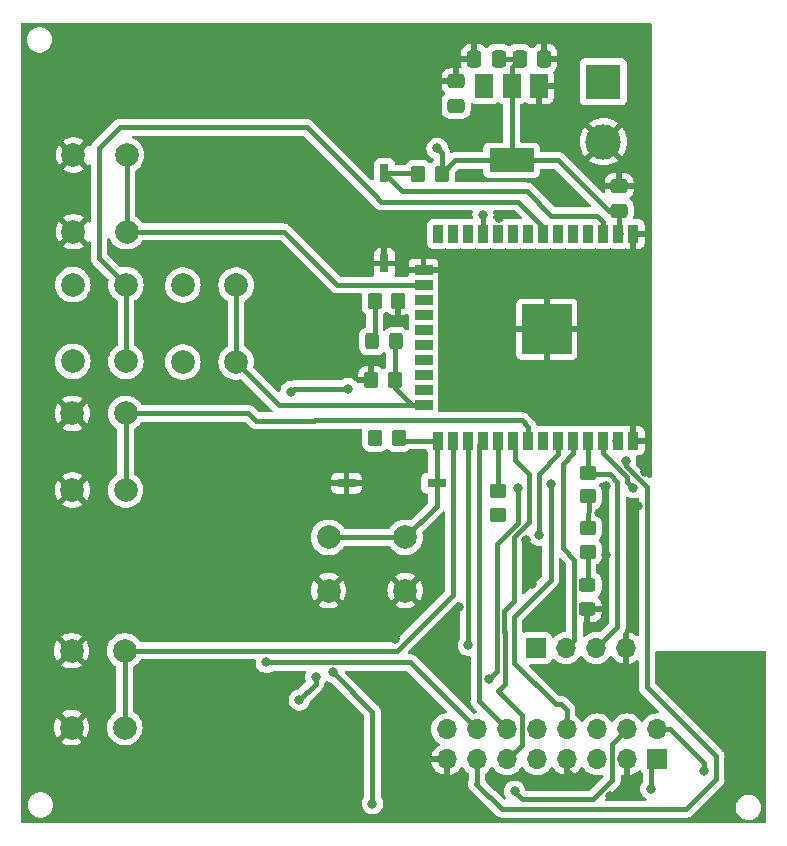
<source format=gbr>
%TF.GenerationSoftware,KiCad,Pcbnew,7.0.1*%
%TF.CreationDate,2023-04-20T18:11:54+02:00*%
%TF.ProjectId,PCB_Tetris,5043425f-5465-4747-9269-732e6b696361,rev?*%
%TF.SameCoordinates,Original*%
%TF.FileFunction,Copper,L1,Top*%
%TF.FilePolarity,Positive*%
%FSLAX46Y46*%
G04 Gerber Fmt 4.6, Leading zero omitted, Abs format (unit mm)*
G04 Created by KiCad (PCBNEW 7.0.1) date 2023-04-20 18:11:54*
%MOMM*%
%LPD*%
G01*
G04 APERTURE LIST*
G04 Aperture macros list*
%AMRoundRect*
0 Rectangle with rounded corners*
0 $1 Rounding radius*
0 $2 $3 $4 $5 $6 $7 $8 $9 X,Y pos of 4 corners*
0 Add a 4 corners polygon primitive as box body*
4,1,4,$2,$3,$4,$5,$6,$7,$8,$9,$2,$3,0*
0 Add four circle primitives for the rounded corners*
1,1,$1+$1,$2,$3*
1,1,$1+$1,$4,$5*
1,1,$1+$1,$6,$7*
1,1,$1+$1,$8,$9*
0 Add four rect primitives between the rounded corners*
20,1,$1+$1,$2,$3,$4,$5,0*
20,1,$1+$1,$4,$5,$6,$7,0*
20,1,$1+$1,$6,$7,$8,$9,0*
20,1,$1+$1,$8,$9,$2,$3,0*%
G04 Aperture macros list end*
%TA.AperFunction,SMDPad,CuDef*%
%ADD10RoundRect,0.250000X0.450000X-0.350000X0.450000X0.350000X-0.450000X0.350000X-0.450000X-0.350000X0*%
%TD*%
%TA.AperFunction,SMDPad,CuDef*%
%ADD11RoundRect,0.250000X-0.350000X-0.450000X0.350000X-0.450000X0.350000X0.450000X-0.350000X0.450000X0*%
%TD*%
%TA.AperFunction,SMDPad,CuDef*%
%ADD12RoundRect,0.250000X0.475000X-0.337500X0.475000X0.337500X-0.475000X0.337500X-0.475000X-0.337500X0*%
%TD*%
%TA.AperFunction,SMDPad,CuDef*%
%ADD13RoundRect,0.250000X-0.325000X-0.450000X0.325000X-0.450000X0.325000X0.450000X-0.325000X0.450000X0*%
%TD*%
%TA.AperFunction,SMDPad,CuDef*%
%ADD14RoundRect,0.250000X0.450000X-0.325000X0.450000X0.325000X-0.450000X0.325000X-0.450000X-0.325000X0*%
%TD*%
%TA.AperFunction,SMDPad,CuDef*%
%ADD15RoundRect,0.250000X0.350000X0.450000X-0.350000X0.450000X-0.350000X-0.450000X0.350000X-0.450000X0*%
%TD*%
%TA.AperFunction,ComponentPad*%
%ADD16C,2.000000*%
%TD*%
%TA.AperFunction,SMDPad,CuDef*%
%ADD17RoundRect,0.250000X-0.337500X-0.475000X0.337500X-0.475000X0.337500X0.475000X-0.337500X0.475000X0*%
%TD*%
%TA.AperFunction,ComponentPad*%
%ADD18R,1.700000X1.700000*%
%TD*%
%TA.AperFunction,ComponentPad*%
%ADD19O,1.700000X1.700000*%
%TD*%
%TA.AperFunction,SMDPad,CuDef*%
%ADD20R,1.500000X2.000000*%
%TD*%
%TA.AperFunction,SMDPad,CuDef*%
%ADD21R,3.800000X2.000000*%
%TD*%
%TA.AperFunction,ComponentPad*%
%ADD22R,3.000000X3.000000*%
%TD*%
%TA.AperFunction,ComponentPad*%
%ADD23C,3.000000*%
%TD*%
%TA.AperFunction,SMDPad,CuDef*%
%ADD24R,0.760000X1.600000*%
%TD*%
%TA.AperFunction,SMDPad,CuDef*%
%ADD25R,0.900000X1.500000*%
%TD*%
%TA.AperFunction,SMDPad,CuDef*%
%ADD26R,1.500000X0.900000*%
%TD*%
%TA.AperFunction,SMDPad,CuDef*%
%ADD27R,1.050000X1.050000*%
%TD*%
%TA.AperFunction,HeatsinkPad*%
%ADD28C,0.600000*%
%TD*%
%TA.AperFunction,SMDPad,CuDef*%
%ADD29R,4.200000X4.200000*%
%TD*%
%TA.AperFunction,SMDPad,CuDef*%
%ADD30R,1.600000X0.760000*%
%TD*%
%TA.AperFunction,SMDPad,CuDef*%
%ADD31RoundRect,0.250000X-0.450000X0.350000X-0.450000X-0.350000X0.450000X-0.350000X0.450000X0.350000X0*%
%TD*%
%TA.AperFunction,ViaPad*%
%ADD32C,0.800000*%
%TD*%
%TA.AperFunction,Conductor*%
%ADD33C,0.400000*%
%TD*%
%TA.AperFunction,Conductor*%
%ADD34C,0.250000*%
%TD*%
G04 APERTURE END LIST*
D10*
%TO.P,R6,1*%
%TO.N,+3.3V*%
X85852000Y-104920800D03*
%TO.P,R6,2*%
%TO.N,GPIO5*%
X85852000Y-102920800D03*
%TD*%
D11*
%TO.P,R2,1*%
%TO.N,+3.3V*%
X75454000Y-98399600D03*
%TO.P,R2,2*%
%TO.N,GPIO0*%
X77454000Y-98399600D03*
%TD*%
D12*
%TO.P,C1,1*%
%TO.N,+3.3V*%
X96100000Y-79162500D03*
%TO.P,C1,2*%
%TO.N,GND*%
X96100000Y-77087500D03*
%TD*%
D13*
%TO.P,D1,1,K*%
%TO.N,Net-(D1-K)*%
X75175000Y-90220800D03*
%TO.P,D1,2,A*%
%TO.N,GPIO2*%
X77225000Y-90220800D03*
%TD*%
D12*
%TO.P,C2,1*%
%TO.N,VDD*%
X82300000Y-70287500D03*
%TO.P,C2,2*%
%TO.N,GND*%
X82300000Y-68212500D03*
%TD*%
D11*
%TO.P,R3,1*%
%TO.N,GND*%
X75098400Y-93522800D03*
%TO.P,R3,2*%
%TO.N,GPIO2*%
X77098400Y-93522800D03*
%TD*%
D14*
%TO.P,D2,1,K*%
%TO.N,GND*%
X93421200Y-112886600D03*
%TO.P,D2,2,A*%
%TO.N,Net-(D2-A)*%
X93421200Y-110836600D03*
%TD*%
D10*
%TO.P,R5,1*%
%TO.N,+3.3V*%
X93472000Y-103362000D03*
%TO.P,R5,2*%
%TO.N,TX0*%
X93472000Y-101362000D03*
%TD*%
D15*
%TO.P,R1,1*%
%TO.N,+3.3V*%
X81100000Y-76050000D03*
%TO.P,R1,2*%
%TO.N,/EN*%
X79100000Y-76050000D03*
%TD*%
D16*
%TO.P,FASTDROP1,1,1*%
%TO.N,+3.3V*%
X49850000Y-91925000D03*
X49850000Y-85425000D03*
%TO.P,FASTDROP1,2,2*%
%TO.N,GPIO35*%
X54350000Y-91925000D03*
X54350000Y-85425000D03*
%TD*%
%TO.P,HARDDROP1,1,1*%
%TO.N,GND*%
X49750000Y-122925000D03*
X49750000Y-116425000D03*
%TO.P,HARDDROP1,2,2*%
%TO.N,GPIO4*%
X54250000Y-122925000D03*
X54250000Y-116425000D03*
%TD*%
D11*
%TO.P,R7,1*%
%TO.N,Net-(D1-K)*%
X75403200Y-86817200D03*
%TO.P,R7,2*%
%TO.N,GND*%
X77403200Y-86817200D03*
%TD*%
D16*
%TO.P,RECHTS1,1,1*%
%TO.N,GND*%
X49825000Y-102825000D03*
X49825000Y-96325000D03*
%TO.P,RECHTS1,2,2*%
%TO.N,GPIO19*%
X54325000Y-102825000D03*
X54325000Y-96325000D03*
%TD*%
%TO.P,ROTATE1,1,1*%
%TO.N,+3.3V*%
X59175000Y-91975000D03*
X59175000Y-85475000D03*
%TO.P,ROTATE1,2,2*%
%TO.N,GPIO2*%
X63675000Y-91975000D03*
X63675000Y-85475000D03*
%TD*%
D17*
%TO.P,C4,1*%
%TO.N,+3.3V*%
X87687500Y-66300000D03*
%TO.P,C4,2*%
%TO.N,GND*%
X89762500Y-66300000D03*
%TD*%
D16*
%TO.P,RESET1,1,1*%
%TO.N,GND*%
X78000000Y-111325000D03*
X71500000Y-111325000D03*
%TO.P,RESET1,2,2*%
%TO.N,GPIO0*%
X78000000Y-106825000D03*
X71500000Y-106825000D03*
%TD*%
%TO.P,LINKS1,1,1*%
%TO.N,GND*%
X49900000Y-80950000D03*
X49900000Y-74450000D03*
%TO.P,LINKS1,2,2*%
%TO.N,GPIO13*%
X54400000Y-80950000D03*
X54400000Y-74450000D03*
%TD*%
D18*
%TO.P,Prog1,1,Pin_1*%
%TO.N,+3.3V*%
X89075000Y-116200000D03*
D19*
%TO.P,Prog1,2,Pin_2*%
%TO.N,RX0*%
X91615000Y-116200000D03*
%TO.P,Prog1,3,Pin_3*%
%TO.N,TX0*%
X94155000Y-116200000D03*
%TO.P,Prog1,4,Pin_4*%
%TO.N,GND*%
X96695000Y-116200000D03*
%TD*%
D20*
%TO.P,PLO1,1,GND*%
%TO.N,GND*%
X89300000Y-68600000D03*
%TO.P,PLO1,2,VO*%
%TO.N,+3.3V*%
X87000000Y-68600000D03*
D21*
X87000000Y-74900000D03*
D20*
%TO.P,PLO1,3,VI*%
%TO.N,VDD*%
X84700000Y-68600000D03*
%TD*%
D17*
%TO.P,C3,1*%
%TO.N,GND*%
X83837500Y-66300000D03*
%TO.P,C3,2*%
%TO.N,+3.3V*%
X85912500Y-66300000D03*
%TD*%
D22*
%TO.P,Kroonsteen1,1,Pin_1*%
%TO.N,VDD*%
X94775000Y-68245000D03*
D23*
%TO.P,Kroonsteen1,2,Pin_2*%
%TO.N,GND*%
X94775000Y-73325000D03*
%TD*%
D24*
%TO.P,SW1,1,1*%
%TO.N,/EN*%
X76225000Y-76015000D03*
%TO.P,SW1,2,2*%
%TO.N,GND*%
X76225000Y-83635000D03*
%TD*%
D18*
%TO.P,J1,1,Pin_1*%
%TO.N,GPIO26*%
X99325000Y-125615000D03*
D19*
%TO.P,J1,2,Pin_2*%
%TO.N,GPIO25*%
X99325000Y-123075000D03*
%TO.P,J1,3,Pin_3*%
%TO.N,GND*%
X96785000Y-125615000D03*
%TO.P,J1,4,Pin_4*%
%TO.N,GPIO27*%
X96785000Y-123075000D03*
%TO.P,J1,5,Pin_5*%
%TO.N,GPIO22*%
X94245000Y-125615000D03*
%TO.P,J1,6,Pin_6*%
%TO.N,GPIO21*%
X94245000Y-123075000D03*
%TO.P,J1,7,Pin_7*%
%TO.N,GND*%
X91705000Y-125615000D03*
%TO.P,J1,8,Pin_8*%
%TO.N,GPIO23*%
X91705000Y-123075000D03*
%TO.P,J1,9,Pin_9*%
%TO.N,GPIO16*%
X89165000Y-125615000D03*
%TO.P,J1,10,Pin_10*%
%TO.N,GPIO12*%
X89165000Y-123075000D03*
%TO.P,J1,11,Pin_11*%
%TO.N,GPIO18*%
X86625000Y-125615000D03*
%TO.P,J1,12,Pin_12*%
%TO.N,GPIO17*%
X86625000Y-123075000D03*
%TO.P,J1,13,Pin_13*%
%TO.N,GPIO32*%
X84085000Y-125615000D03*
%TO.P,J1,14,Pin_14*%
%TO.N,GPIO15*%
X84085000Y-123075000D03*
%TO.P,J1,15,Pin_15*%
%TO.N,GND*%
X81545000Y-125615000D03*
%TO.P,J1,16,Pin_16*%
%TO.N,GPIO33*%
X81545000Y-123075000D03*
%TD*%
D25*
%TO.P,ESP32,1,GND*%
%TO.N,GND*%
X97305800Y-81133800D03*
%TO.P,ESP32,2,VDD*%
%TO.N,+3.3V*%
X96035800Y-81133800D03*
%TO.P,ESP32,3,EN*%
%TO.N,/EN*%
X94765800Y-81133800D03*
%TO.P,ESP32,4,SENSOR_VP*%
%TO.N,unconnected-(ESP32-SENSOR_VP-Pad4)*%
X93495800Y-81133800D03*
%TO.P,ESP32,5,SENSOR_VN*%
%TO.N,unconnected-(ESP32-SENSOR_VN-Pad5)*%
X92225800Y-81133800D03*
%TO.P,ESP32,6,IO34*%
%TO.N,unconnected-(ESP32-IO34-Pad6)*%
X90955800Y-81133800D03*
%TO.P,ESP32,7,IO35*%
%TO.N,GPIO35*%
X89685800Y-81133800D03*
%TO.P,ESP32,8,IO32*%
%TO.N,GPIO32*%
X88415800Y-81133800D03*
%TO.P,ESP32,9,IO33*%
%TO.N,GPIO33*%
X87145800Y-81133800D03*
%TO.P,ESP32,10,IO25*%
%TO.N,GPIO25*%
X85875800Y-81133800D03*
%TO.P,ESP32,11,IO26*%
%TO.N,GPIO26*%
X84605800Y-81133800D03*
%TO.P,ESP32,12,IO27*%
%TO.N,GPIO27*%
X83335800Y-81133800D03*
%TO.P,ESP32,13,IO14*%
%TO.N,unconnected-(ESP32-IO14-Pad13)*%
X82065800Y-81133800D03*
%TO.P,ESP32,14,IO12*%
%TO.N,GPIO12*%
X80795800Y-81133800D03*
D26*
%TO.P,ESP32,15,GND*%
%TO.N,GND*%
X79545800Y-84173800D03*
%TO.P,ESP32,16,IO13*%
%TO.N,GPIO13*%
X79545800Y-85443800D03*
%TO.P,ESP32,17,SHD/SD2*%
%TO.N,unconnected-(ESP32-SHD{slash}SD2-Pad17)*%
X79545800Y-86713800D03*
%TO.P,ESP32,18,SWP/SD3*%
%TO.N,unconnected-(ESP32-SWP{slash}SD3-Pad18)*%
X79545800Y-87983800D03*
%TO.P,ESP32,19,SCS/CMD*%
%TO.N,unconnected-(ESP32-SCS{slash}CMD-Pad19)*%
X79545800Y-89253800D03*
%TO.P,ESP32,20,SCK/CLK*%
%TO.N,unconnected-(ESP32-SCK{slash}CLK-Pad20)*%
X79545800Y-90523800D03*
%TO.P,ESP32,21,SDO/SD0*%
%TO.N,unconnected-(ESP32-SDO{slash}SD0-Pad21)*%
X79545800Y-91793800D03*
%TO.P,ESP32,22,SDI/SD1*%
%TO.N,unconnected-(ESP32-SDI{slash}SD1-Pad22)*%
X79545800Y-93063800D03*
%TO.P,ESP32,23,IO15*%
%TO.N,GPIO15*%
X79545800Y-94333800D03*
%TO.P,ESP32,24,IO2*%
%TO.N,GPIO2*%
X79545800Y-95603800D03*
D25*
%TO.P,ESP32,25,IO0*%
%TO.N,GPIO0*%
X80795800Y-98633800D03*
%TO.P,ESP32,26,IO4*%
%TO.N,GPIO4*%
X82065800Y-98633800D03*
%TO.P,ESP32,27,IO16*%
%TO.N,GPIO16*%
X83335800Y-98633800D03*
%TO.P,ESP32,28,IO17*%
%TO.N,GPIO17*%
X84605800Y-98633800D03*
%TO.P,ESP32,29,IO5*%
%TO.N,GPIO5*%
X85875800Y-98633800D03*
%TO.P,ESP32,30,IO18*%
%TO.N,GPIO18*%
X87145800Y-98633800D03*
%TO.P,ESP32,31,IO19*%
%TO.N,GPIO19*%
X88415800Y-98633800D03*
%TO.P,ESP32,32,NC*%
%TO.N,unconnected-(ESP32-NC-Pad32)*%
X89685800Y-98633800D03*
%TO.P,ESP32,33,IO21*%
%TO.N,GPIO21*%
X90955800Y-98633800D03*
%TO.P,ESP32,34,RXD0/IO3*%
%TO.N,RX0*%
X92225800Y-98633800D03*
%TO.P,ESP32,35,TXD0/IO1*%
%TO.N,TX0*%
X93495800Y-98633800D03*
%TO.P,ESP32,36,IO22*%
%TO.N,GPIO22*%
X94765800Y-98633800D03*
%TO.P,ESP32,37,IO23*%
%TO.N,GPIO23*%
X96035800Y-98633800D03*
%TO.P,ESP32,38,GND*%
%TO.N,GND*%
X97305800Y-98633800D03*
D27*
%TO.P,ESP32,39,GND*%
X91490800Y-87678800D03*
D28*
X90728300Y-87678800D03*
D27*
X89965800Y-87678800D03*
D28*
X89203300Y-87678800D03*
D27*
X88440800Y-87678800D03*
D28*
X91490800Y-88441300D03*
X89965800Y-88441300D03*
X88440800Y-88441300D03*
D27*
X91490800Y-89203800D03*
D28*
X90728300Y-89203800D03*
D27*
X89965800Y-89203800D03*
D29*
X89965800Y-89203800D03*
D28*
X89203300Y-89203800D03*
D27*
X88440800Y-89203800D03*
D28*
X91490800Y-89966300D03*
X89965800Y-89966300D03*
X88440800Y-89966300D03*
D27*
X91490800Y-90728800D03*
D28*
X90728300Y-90728800D03*
D27*
X89965800Y-90728800D03*
D28*
X89203300Y-90728800D03*
D27*
X88440800Y-90728800D03*
%TD*%
D30*
%TO.P,SW2,1,1*%
%TO.N,GPIO0*%
X80645000Y-102235000D03*
%TO.P,SW2,2,2*%
%TO.N,GND*%
X73025000Y-102235000D03*
%TD*%
D31*
%TO.P,R4,1*%
%TO.N,+3.3V*%
X93472000Y-106035600D03*
%TO.P,R4,2*%
%TO.N,Net-(D2-A)*%
X93472000Y-108035600D03*
%TD*%
D32*
%TO.N,GND*%
X78350000Y-72500000D03*
X94100000Y-64650000D03*
X98050000Y-77400000D03*
X91175000Y-78325000D03*
X68075000Y-75325000D03*
X71650000Y-82125000D03*
X67275000Y-85325000D03*
X56825000Y-94050000D03*
X47300000Y-94500000D03*
X59275000Y-110800000D03*
X104750000Y-119125000D03*
X96100000Y-119575000D03*
X82475000Y-118225000D03*
X77450000Y-125775000D03*
X98325000Y-101275000D03*
X97675000Y-104200000D03*
%TO.N,+3.3V*%
X80700000Y-73900000D03*
%TO.N,GND*%
X67825000Y-67475000D03*
%TO.N,+3.3V*%
X93522800Y-103378000D03*
X85902800Y-104952800D03*
X75438000Y-98450400D03*
X96062800Y-81127600D03*
%TO.N,GND*%
X91225000Y-113475000D03*
X94234000Y-85598000D03*
X83947000Y-89281000D03*
X82536300Y-112725000D03*
X68199000Y-125984000D03*
X92837000Y-94742000D03*
X95300000Y-128725000D03*
X102100000Y-119225000D03*
X95325000Y-93050000D03*
X62191000Y-103873000D03*
X62318000Y-78219000D03*
X105175000Y-124625000D03*
X72898000Y-98552000D03*
X77343000Y-86868000D03*
X76675000Y-69025000D03*
X95000000Y-102475000D03*
X89975000Y-112300000D03*
X75400000Y-112014000D03*
X72325000Y-89775000D03*
X74700000Y-71750000D03*
X94996000Y-108331000D03*
X92800000Y-127600500D03*
X60667000Y-84315000D03*
X52775000Y-97750000D03*
X88200000Y-107075000D03*
X52500000Y-109150000D03*
X58166000Y-125984000D03*
X74275000Y-115300000D03*
X62230000Y-118110000D03*
X57475000Y-68350000D03*
X70225000Y-78100000D03*
X94375000Y-104750000D03*
X80500000Y-109875000D03*
X77089000Y-115443000D03*
X88725000Y-110750000D03*
X85975000Y-79784298D03*
%TO.N,VDD*%
X84700000Y-68700000D03*
X82300000Y-70287500D03*
%TO.N,GPIO25*%
X103275000Y-126600000D03*
X71850000Y-118225000D03*
X85875000Y-81175000D03*
X75225000Y-129375000D03*
%TO.N,GPIO27*%
X69025000Y-120600000D03*
X70425000Y-118650000D03*
X83312000Y-81407000D03*
X87250000Y-128325500D03*
%TO.N,GPIO21*%
X89300000Y-106625000D03*
%TO.N,GPIO23*%
X95922500Y-98633800D03*
X90300000Y-102275000D03*
%TO.N,GPIO12*%
X80772000Y-81153000D03*
%TO.N,GPIO15*%
X79502000Y-94361000D03*
X73150000Y-94234000D03*
X66225000Y-117400000D03*
X68326000Y-94488000D03*
%TO.N,GPIO33*%
X87503000Y-102616000D03*
X87122000Y-81153000D03*
X85050000Y-118825000D03*
%TO.N,GPIO26*%
X98800000Y-128125000D03*
X84582000Y-79502000D03*
%TO.N,GPIO22*%
X97282000Y-102616000D03*
%TO.N,GPIO16*%
X83335800Y-115960800D03*
%TO.N,GPIO32*%
X88392000Y-81153000D03*
X96647000Y-100330000D03*
%TD*%
D33*
%TO.N,GPIO32*%
X84085000Y-127590000D02*
X84085000Y-125615000D01*
X84000000Y-127675000D02*
X84085000Y-127590000D01*
X104325000Y-127325000D02*
X101800000Y-129850000D01*
X86175000Y-129850000D02*
X84000000Y-127675000D01*
X104325000Y-125375000D02*
X104325000Y-127325000D01*
X96647000Y-100751472D02*
X98475000Y-102579472D01*
X98475000Y-119525000D02*
X104325000Y-125375000D01*
X101800000Y-129850000D02*
X86175000Y-129850000D01*
X96647000Y-100330000D02*
X96647000Y-100751472D01*
X98475000Y-102579472D02*
X98475000Y-119525000D01*
%TO.N,+3.3V*%
X80700000Y-73900000D02*
X80925000Y-74125000D01*
X81100000Y-76050000D02*
X81100000Y-74300000D01*
X81100000Y-74300000D02*
X80700000Y-73900000D01*
X96062800Y-81127600D02*
X96062800Y-79199700D01*
X87000000Y-68600000D02*
X87000000Y-74900000D01*
X82250000Y-74900000D02*
X87000000Y-74900000D01*
X96062800Y-79199700D02*
X96100000Y-79162500D01*
X87000000Y-68600000D02*
X87000000Y-66987500D01*
X95212500Y-79162500D02*
X96100000Y-79162500D01*
X85912500Y-66300000D02*
X87687500Y-66300000D01*
X87000000Y-74900000D02*
X90950000Y-74900000D01*
X90950000Y-74900000D02*
X95212500Y-79162500D01*
X87000000Y-66987500D02*
X87687500Y-66300000D01*
X81100000Y-76050000D02*
X82250000Y-74900000D01*
X93472000Y-103362000D02*
X93522800Y-103378000D01*
X93522800Y-103378000D02*
X93472000Y-106035600D01*
X96035800Y-81133800D02*
X96062800Y-81127600D01*
%TO.N,GND*%
X89203300Y-87678800D02*
X89965800Y-87678800D01*
X91490800Y-89966300D02*
X91490800Y-90728800D01*
X88440800Y-87678800D02*
X89965800Y-89203800D01*
X88440800Y-88441300D02*
X88440800Y-87678800D01*
X88440800Y-89203800D02*
X88440800Y-88441300D01*
X90728300Y-90728800D02*
X89965800Y-90728800D01*
X91490800Y-90728800D02*
X90728300Y-90728800D01*
D34*
X95300000Y-128725000D02*
X95400500Y-128725000D01*
D33*
X89965800Y-89203800D02*
X91490800Y-87678800D01*
X91490800Y-87678800D02*
X91490800Y-88441300D01*
X89965800Y-89203800D02*
X88440800Y-90728800D01*
X91490800Y-89203800D02*
X91490800Y-89966300D01*
X95400500Y-128725000D02*
X96785000Y-127340500D01*
X90728300Y-87678800D02*
X91490800Y-88441300D01*
X89965800Y-90728800D02*
X89203300Y-90728800D01*
X96785000Y-127340500D02*
X96785000Y-125615000D01*
X88440800Y-90728800D02*
X88440800Y-89966300D01*
X88440800Y-87678800D02*
X89203300Y-87678800D01*
X89203300Y-90728800D02*
X88440800Y-90728800D01*
X88440800Y-89966300D02*
X88440800Y-89203800D01*
X89965800Y-89203800D02*
X91490800Y-90728800D01*
X96387299Y-116507701D02*
X96695000Y-116200000D01*
X90728300Y-87678800D02*
X91490800Y-87678800D01*
X89965800Y-87678800D02*
X90728300Y-87678800D01*
X92800000Y-127600500D02*
X91705000Y-126505500D01*
X91705000Y-126505500D02*
X91705000Y-125615000D01*
X91490800Y-88441300D02*
X91490800Y-89203800D01*
%TO.N,VDD*%
X84700000Y-68600000D02*
X84700000Y-68700000D01*
%TO.N,Net-(D1-K)*%
X75403200Y-89992600D02*
X75175000Y-90220800D01*
X75403200Y-86817200D02*
X75403200Y-89992600D01*
%TO.N,GPIO2*%
X63675000Y-91975000D02*
X63675000Y-86043800D01*
X77098400Y-93522800D02*
X77098400Y-94156400D01*
X67303800Y-95603800D02*
X63675000Y-91975000D01*
X69242200Y-95603800D02*
X67303800Y-95603800D01*
X69242200Y-95603800D02*
X79545800Y-95603800D01*
X77098400Y-93522800D02*
X77098400Y-90347400D01*
X78545800Y-95603800D02*
X79545800Y-95603800D01*
X77098400Y-94156400D02*
X78545800Y-95603800D01*
X77098400Y-90347400D02*
X77225000Y-90220800D01*
%TO.N,Net-(D2-A)*%
X93472000Y-108035600D02*
X93472000Y-110785800D01*
X93472000Y-110785800D02*
X93421200Y-110836600D01*
%TO.N,GPIO35*%
X75975000Y-78400000D02*
X75362500Y-77787500D01*
X87532000Y-78400000D02*
X75975000Y-78400000D01*
X52075000Y-83150000D02*
X52075000Y-81850000D01*
X89685800Y-80553800D02*
X87532000Y-78400000D01*
X89685800Y-81133800D02*
X89685800Y-80553800D01*
X52075000Y-81850000D02*
X52075000Y-73850000D01*
X54350000Y-85425000D02*
X54350000Y-91925000D01*
X69675000Y-72100000D02*
X75362500Y-77787500D01*
X53825000Y-72100000D02*
X69675000Y-72100000D01*
X54350000Y-85425000D02*
X52075000Y-83150000D01*
X52075000Y-73850000D02*
X53825000Y-72100000D01*
%TO.N,GPIO4*%
X54250000Y-122925000D02*
X54250000Y-116425000D01*
X82065800Y-111684200D02*
X77325000Y-116425000D01*
X82065800Y-98633800D02*
X82065800Y-111684200D01*
X77325000Y-116425000D02*
X54250000Y-116425000D01*
%TO.N,RX0*%
X92225800Y-99696600D02*
X91325000Y-100597400D01*
X91325000Y-107709439D02*
X92321200Y-108705639D01*
X92225800Y-98633800D02*
X92225800Y-99696600D01*
X91325000Y-100597400D02*
X91325000Y-107709439D01*
X92321200Y-115493800D02*
X91615000Y-116200000D01*
X92321200Y-108705639D02*
X92321200Y-115493800D01*
%TO.N,TX0*%
X95961200Y-102158800D02*
X95300800Y-101498400D01*
X93495800Y-98633800D02*
X93495800Y-101338200D01*
X95961200Y-114393800D02*
X95961200Y-102158800D01*
X93495800Y-101338200D02*
X93472000Y-101362000D01*
X94155000Y-116200000D02*
X95961200Y-114393800D01*
X95300800Y-101498400D02*
X93608400Y-101498400D01*
X93608400Y-101498400D02*
X93472000Y-101362000D01*
%TO.N,GPIO25*%
X71850000Y-118225000D02*
X75225000Y-121600000D01*
X103275000Y-126600000D02*
X103275000Y-125900000D01*
X75225000Y-121600000D02*
X75225000Y-129375000D01*
D34*
X75225000Y-129375000D02*
X75225000Y-121625000D01*
D33*
X103275000Y-125900000D02*
X100450000Y-123075000D01*
X100450000Y-123075000D02*
X99325000Y-123075000D01*
%TO.N,GPIO27*%
X87850000Y-129000000D02*
X93875000Y-129000000D01*
X93875000Y-129000000D02*
X95535000Y-127340000D01*
X95535000Y-127340000D02*
X95535000Y-124325000D01*
X95535000Y-124325000D02*
X96785000Y-123075000D01*
X87250000Y-128400000D02*
X87850000Y-129000000D01*
X69025000Y-120600000D02*
X70425000Y-119200000D01*
X70425000Y-119200000D02*
X70425000Y-118650000D01*
%TO.N,GPIO21*%
X89300000Y-106625000D02*
X89300000Y-101454000D01*
X89300000Y-101454000D02*
X90955800Y-99798200D01*
X90955800Y-99798200D02*
X90955800Y-98633800D01*
%TO.N,GPIO23*%
X91225000Y-120975000D02*
X91705000Y-121455000D01*
X90300000Y-102275000D02*
X90300000Y-110400000D01*
X91705000Y-121455000D02*
X91705000Y-123075000D01*
X87175000Y-117425000D02*
X90725000Y-120975000D01*
X90300000Y-110400000D02*
X87175000Y-113525000D01*
X87175000Y-113525000D02*
X87175000Y-117425000D01*
X90725000Y-120975000D02*
X91225000Y-120975000D01*
%TO.N,GPIO17*%
X84225000Y-99014600D02*
X84605800Y-98633800D01*
X86625000Y-123075000D02*
X84225000Y-120675000D01*
X84225000Y-120675000D02*
X84225000Y-99014600D01*
%TO.N,GPIO15*%
X78400000Y-117400000D02*
X84075000Y-123075000D01*
X68580000Y-94234000D02*
X68326000Y-94488000D01*
X73150000Y-94234000D02*
X68580000Y-94234000D01*
X84075000Y-123075000D02*
X84085000Y-123075000D01*
X66225000Y-117400000D02*
X78400000Y-117400000D01*
%TO.N,GPIO33*%
X87503000Y-105647000D02*
X87503000Y-102616000D01*
X85050000Y-118825000D02*
X85775000Y-118100000D01*
X85775000Y-118100000D02*
X85775000Y-107375000D01*
X85775000Y-107375000D02*
X87503000Y-105647000D01*
%TO.N,GPIO26*%
X84582000Y-81110000D02*
X84605800Y-81133800D01*
X98800000Y-126140000D02*
X99325000Y-125615000D01*
X84582000Y-79502000D02*
X84582000Y-81110000D01*
X98800000Y-128125000D02*
X98800000Y-126140000D01*
%TO.N,GPIO22*%
X97282000Y-102616000D02*
X96774000Y-102108000D01*
X96774000Y-101727000D02*
X94765800Y-99718800D01*
X94765800Y-99718800D02*
X94765800Y-98633800D01*
X96774000Y-102108000D02*
X96774000Y-101727000D01*
%TO.N,GPIO16*%
X83335800Y-115960800D02*
X83335800Y-98633800D01*
%TO.N,GPIO18*%
X87875000Y-121850000D02*
X87875000Y-124365000D01*
X87172800Y-98704400D02*
X87249000Y-98780600D01*
X88475000Y-101475000D02*
X88475000Y-105523528D01*
X86375000Y-114820601D02*
X86424500Y-114870101D01*
X87249000Y-98780600D02*
X87249000Y-100249000D01*
X87249000Y-100249000D02*
X88475000Y-101475000D01*
X88475000Y-105523528D02*
X87175000Y-106823528D01*
X86375000Y-113025000D02*
X86375000Y-114820601D01*
X87175000Y-106823528D02*
X87175000Y-112225000D01*
X86424500Y-114870101D02*
X86424500Y-119250500D01*
X87875000Y-124365000D02*
X86625000Y-125615000D01*
X86424500Y-119250500D02*
X85850000Y-119825000D01*
X85850000Y-119825000D02*
X87875000Y-121850000D01*
X87175000Y-112225000D02*
X86375000Y-113025000D01*
%TO.N,GPIO13*%
X79545800Y-85443800D02*
X72186099Y-85443800D01*
X67692299Y-80950000D02*
X54400000Y-80950000D01*
X54400000Y-74450000D02*
X54400000Y-80950000D01*
X72186099Y-85443800D02*
X67692299Y-80950000D01*
%TO.N,/EN*%
X76225000Y-76015000D02*
X79065000Y-76015000D01*
X94765800Y-80133800D02*
X94207000Y-79575000D01*
X90375000Y-79575000D02*
X88275000Y-77475000D01*
X79065000Y-76015000D02*
X79100000Y-76050000D01*
X94207000Y-79575000D02*
X90375000Y-79575000D01*
X88275000Y-77475000D02*
X77685000Y-77475000D01*
X94765800Y-81133800D02*
X94765800Y-80133800D01*
X77685000Y-77475000D02*
X76225000Y-76015000D01*
%TO.N,GPIO0*%
X78000000Y-106825000D02*
X80645000Y-104180000D01*
X80795800Y-98633800D02*
X77688200Y-98633800D01*
X80645000Y-102235000D02*
X80645000Y-98784600D01*
X80645000Y-104180000D02*
X80645000Y-102235000D01*
X80645000Y-98784600D02*
X80795800Y-98633800D01*
X78000000Y-106825000D02*
X71500000Y-106825000D01*
X77688200Y-98633800D02*
X77454000Y-98399600D01*
%TO.N,GPIO5*%
X85875800Y-98633800D02*
X85875800Y-102897000D01*
X85875800Y-102897000D02*
X85852000Y-102920800D01*
%TO.N,GPIO19*%
X65350000Y-96950000D02*
X64725000Y-96325000D01*
X88415800Y-97458200D02*
X87884000Y-96926400D01*
X70309000Y-96950000D02*
X65350000Y-96950000D01*
X70332600Y-96926400D02*
X70309000Y-96950000D01*
X87884000Y-96926400D02*
X70332600Y-96926400D01*
X54325000Y-96325000D02*
X54325000Y-102825000D01*
X64725000Y-96325000D02*
X54325000Y-96325000D01*
X88415800Y-98633800D02*
X88415800Y-97458200D01*
%TD*%
%TA.AperFunction,Conductor*%
%TO.N,GND*%
G36*
X98793800Y-63270113D02*
G01*
X98839187Y-63315500D01*
X98855800Y-63377500D01*
X98855800Y-101670253D01*
X98842285Y-101726548D01*
X98804685Y-101770571D01*
X98751198Y-101792726D01*
X98693482Y-101788184D01*
X98644119Y-101757934D01*
X97554957Y-100668772D01*
X97522064Y-100610037D01*
X97524708Y-100542771D01*
X97532674Y-100518256D01*
X97552460Y-100330000D01*
X97532674Y-100141744D01*
X97501602Y-100046117D01*
X97497061Y-99988402D01*
X97519216Y-99934915D01*
X97563239Y-99897315D01*
X97619534Y-99883800D01*
X97803624Y-99883800D01*
X97863175Y-99877397D01*
X97997889Y-99827152D01*
X98112988Y-99740988D01*
X98199152Y-99625889D01*
X98249397Y-99491175D01*
X98255800Y-99431624D01*
X98255800Y-98883800D01*
X97179800Y-98883800D01*
X97117800Y-98867187D01*
X97072413Y-98821800D01*
X97055800Y-98759800D01*
X97055800Y-97383800D01*
X97555800Y-97383800D01*
X97555800Y-98383800D01*
X98255800Y-98383800D01*
X98255800Y-97835976D01*
X98249397Y-97776424D01*
X98199152Y-97641710D01*
X98112988Y-97526611D01*
X97997889Y-97440447D01*
X97863175Y-97390202D01*
X97803624Y-97383800D01*
X97555800Y-97383800D01*
X97055800Y-97383800D01*
X96807976Y-97383800D01*
X96748422Y-97390202D01*
X96714847Y-97402725D01*
X96671514Y-97410543D01*
X96628181Y-97402725D01*
X96593284Y-97389709D01*
X96581361Y-97388427D01*
X96533673Y-97383300D01*
X96533669Y-97383300D01*
X95537930Y-97383300D01*
X95478316Y-97389709D01*
X95444131Y-97402459D01*
X95400800Y-97410276D01*
X95357468Y-97402458D01*
X95323286Y-97389709D01*
X95297735Y-97386962D01*
X95263673Y-97383300D01*
X95263669Y-97383300D01*
X94267930Y-97383300D01*
X94208316Y-97389709D01*
X94174131Y-97402459D01*
X94130800Y-97410276D01*
X94087468Y-97402458D01*
X94053286Y-97389709D01*
X94027735Y-97386962D01*
X93993673Y-97383300D01*
X93993669Y-97383300D01*
X92997930Y-97383300D01*
X92938316Y-97389709D01*
X92904131Y-97402459D01*
X92860800Y-97410276D01*
X92817468Y-97402458D01*
X92783286Y-97389709D01*
X92757735Y-97386962D01*
X92723673Y-97383300D01*
X92723669Y-97383300D01*
X91727930Y-97383300D01*
X91668316Y-97389709D01*
X91634131Y-97402459D01*
X91590800Y-97410276D01*
X91547468Y-97402458D01*
X91513286Y-97389709D01*
X91487735Y-97386962D01*
X91453673Y-97383300D01*
X91453669Y-97383300D01*
X90457930Y-97383300D01*
X90398316Y-97389709D01*
X90364131Y-97402459D01*
X90320800Y-97410276D01*
X90277468Y-97402458D01*
X90243286Y-97389709D01*
X90217735Y-97386962D01*
X90183673Y-97383300D01*
X90183669Y-97383300D01*
X89222170Y-97383300D01*
X89173566Y-97373378D01*
X89132741Y-97345198D01*
X89106228Y-97303272D01*
X89097348Y-97279858D01*
X89091322Y-97258244D01*
X89089495Y-97248269D01*
X89064809Y-97193420D01*
X89061952Y-97186526D01*
X89040618Y-97130270D01*
X89040616Y-97130268D01*
X89040616Y-97130266D01*
X89034862Y-97121931D01*
X89023833Y-97102377D01*
X89019678Y-97093144D01*
X88982580Y-97045791D01*
X88978152Y-97039773D01*
X88974815Y-97034939D01*
X88943983Y-96990271D01*
X88898953Y-96950378D01*
X88893515Y-96945258D01*
X88396940Y-96448683D01*
X88391822Y-96443247D01*
X88351929Y-96398217D01*
X88302432Y-96364051D01*
X88296405Y-96359616D01*
X88249054Y-96322520D01*
X88239813Y-96318361D01*
X88220273Y-96307341D01*
X88211930Y-96301582D01*
X88211927Y-96301581D01*
X88211926Y-96301580D01*
X88155701Y-96280256D01*
X88148783Y-96277391D01*
X88093929Y-96252703D01*
X88083952Y-96250875D01*
X88062339Y-96244850D01*
X88052873Y-96241260D01*
X87993172Y-96234010D01*
X87985771Y-96232883D01*
X87926607Y-96222041D01*
X87866566Y-96225674D01*
X87859079Y-96225900D01*
X80920300Y-96225900D01*
X80858300Y-96209287D01*
X80812913Y-96163900D01*
X80796300Y-96101900D01*
X80796299Y-95105930D01*
X80795811Y-95101388D01*
X80789891Y-95046317D01*
X80777140Y-95012131D01*
X80769323Y-94968800D01*
X80777142Y-94925465D01*
X80789890Y-94891285D01*
X80789889Y-94891285D01*
X80789891Y-94891283D01*
X80796300Y-94831673D01*
X80796299Y-93835928D01*
X80789891Y-93776317D01*
X80777140Y-93742131D01*
X80769323Y-93698800D01*
X80777142Y-93655465D01*
X80789890Y-93621285D01*
X80789889Y-93621285D01*
X80789891Y-93621283D01*
X80796300Y-93561673D01*
X80796299Y-92565928D01*
X80789891Y-92506317D01*
X80777140Y-92472131D01*
X80769323Y-92428799D01*
X80777142Y-92385465D01*
X80789890Y-92351285D01*
X80789889Y-92351285D01*
X80789891Y-92351283D01*
X80796300Y-92291673D01*
X80796299Y-91295928D01*
X80789891Y-91236317D01*
X80777140Y-91202131D01*
X80769323Y-91158800D01*
X80777142Y-91115465D01*
X80789890Y-91081285D01*
X80789889Y-91081285D01*
X80789891Y-91081283D01*
X80796300Y-91021673D01*
X80796299Y-90025928D01*
X80789891Y-89966317D01*
X80777140Y-89932131D01*
X80769323Y-89888800D01*
X80777142Y-89845465D01*
X80789890Y-89811285D01*
X80789889Y-89811285D01*
X80789891Y-89811283D01*
X80796300Y-89751673D01*
X80796300Y-89453800D01*
X87365800Y-89453800D01*
X87365800Y-91351624D01*
X87372202Y-91411175D01*
X87422447Y-91545889D01*
X87508611Y-91660988D01*
X87623710Y-91747152D01*
X87758424Y-91797397D01*
X87817976Y-91803800D01*
X89715800Y-91803800D01*
X90215800Y-91803800D01*
X92113624Y-91803800D01*
X92173175Y-91797397D01*
X92307889Y-91747152D01*
X92422988Y-91660988D01*
X92509152Y-91545889D01*
X92559397Y-91411175D01*
X92565800Y-91351624D01*
X92565800Y-89453800D01*
X91740800Y-89453800D01*
X91740800Y-89862747D01*
X91756672Y-89878619D01*
X91788766Y-89934206D01*
X91788766Y-89998394D01*
X91756672Y-90053981D01*
X91740800Y-90069852D01*
X91740800Y-90854800D01*
X91724187Y-90916800D01*
X91678800Y-90962187D01*
X91616800Y-90978800D01*
X90831852Y-90978800D01*
X90815981Y-90994672D01*
X90760394Y-91026766D01*
X90696206Y-91026766D01*
X90640619Y-90994672D01*
X90624747Y-90978800D01*
X90215800Y-90978800D01*
X90215800Y-91803800D01*
X89715800Y-91803800D01*
X89715800Y-90978800D01*
X89306852Y-90978800D01*
X89290981Y-90994672D01*
X89235394Y-91026766D01*
X89171206Y-91026766D01*
X89115619Y-90994672D01*
X89099747Y-90978800D01*
X88314800Y-90978800D01*
X88252800Y-90962187D01*
X88207413Y-90916800D01*
X88190800Y-90854800D01*
X88190800Y-90069854D01*
X88190799Y-90069852D01*
X88174928Y-90053981D01*
X88142834Y-89998394D01*
X88142834Y-89966300D01*
X88794353Y-89966300D01*
X89203300Y-90375247D01*
X89612247Y-89966300D01*
X90319353Y-89966300D01*
X90728300Y-90375247D01*
X91137247Y-89966300D01*
X90728300Y-89557353D01*
X90319353Y-89966300D01*
X89612247Y-89966300D01*
X89203300Y-89557353D01*
X88794353Y-89966300D01*
X88142834Y-89966300D01*
X88142834Y-89934206D01*
X88174928Y-89878619D01*
X88190799Y-89862747D01*
X88190800Y-89862747D01*
X88190800Y-89453800D01*
X87365800Y-89453800D01*
X80796300Y-89453800D01*
X80796299Y-88953800D01*
X87365800Y-88953800D01*
X88190800Y-88953800D01*
X88190800Y-88544854D01*
X88190799Y-88544852D01*
X88174928Y-88528981D01*
X88142834Y-88473394D01*
X88142834Y-88441300D01*
X88794353Y-88441300D01*
X89203300Y-88850247D01*
X89612247Y-88441300D01*
X90319353Y-88441300D01*
X90728300Y-88850247D01*
X91137247Y-88441300D01*
X90728300Y-88032353D01*
X90319353Y-88441300D01*
X89612247Y-88441300D01*
X89203300Y-88032353D01*
X88794353Y-88441300D01*
X88142834Y-88441300D01*
X88142834Y-88409206D01*
X88174928Y-88353619D01*
X88190799Y-88337747D01*
X88190800Y-88337747D01*
X88190800Y-87552800D01*
X88207413Y-87490800D01*
X88252800Y-87445413D01*
X88314800Y-87428800D01*
X89099747Y-87428800D01*
X89099747Y-87428799D01*
X89115619Y-87412928D01*
X89171206Y-87380834D01*
X89235394Y-87380834D01*
X89290981Y-87412928D01*
X89306853Y-87428800D01*
X89715800Y-87428800D01*
X89715800Y-86603800D01*
X90215800Y-86603800D01*
X90215800Y-87428800D01*
X90624747Y-87428800D01*
X90624747Y-87428799D01*
X90640619Y-87412928D01*
X90696206Y-87380834D01*
X90760394Y-87380834D01*
X90815981Y-87412928D01*
X90831853Y-87428800D01*
X91616800Y-87428800D01*
X91678800Y-87445413D01*
X91724187Y-87490800D01*
X91740800Y-87552800D01*
X91740800Y-88337747D01*
X91756672Y-88353619D01*
X91788766Y-88409206D01*
X91788766Y-88473394D01*
X91756672Y-88528981D01*
X91740800Y-88544852D01*
X91740800Y-88953800D01*
X92565800Y-88953800D01*
X92565800Y-87055976D01*
X92559397Y-86996424D01*
X92509152Y-86861710D01*
X92422988Y-86746611D01*
X92307889Y-86660447D01*
X92173175Y-86610202D01*
X92113624Y-86603800D01*
X90215800Y-86603800D01*
X89715800Y-86603800D01*
X87817976Y-86603800D01*
X87758424Y-86610202D01*
X87623710Y-86660447D01*
X87508611Y-86746611D01*
X87422447Y-86861710D01*
X87372202Y-86996424D01*
X87365800Y-87055976D01*
X87365800Y-88953800D01*
X80796299Y-88953800D01*
X80796299Y-88755928D01*
X80789891Y-88696317D01*
X80777140Y-88662130D01*
X80769323Y-88618800D01*
X80777142Y-88575465D01*
X80789890Y-88541285D01*
X80789889Y-88541285D01*
X80789891Y-88541283D01*
X80796300Y-88481673D01*
X80796299Y-87485928D01*
X80789891Y-87426317D01*
X80777140Y-87392131D01*
X80769323Y-87348799D01*
X80777142Y-87305465D01*
X80789890Y-87271285D01*
X80789889Y-87271285D01*
X80789891Y-87271283D01*
X80796300Y-87211673D01*
X80796299Y-86215928D01*
X80789891Y-86156317D01*
X80777140Y-86122131D01*
X80769323Y-86078800D01*
X80777142Y-86035465D01*
X80780023Y-86027739D01*
X80789891Y-86001283D01*
X80796300Y-85941673D01*
X80796299Y-84945928D01*
X80789891Y-84886317D01*
X80776875Y-84851419D01*
X80769056Y-84808084D01*
X80776875Y-84764749D01*
X80789397Y-84731176D01*
X80795800Y-84671624D01*
X80795800Y-84423800D01*
X78295800Y-84423800D01*
X78295800Y-84619300D01*
X78279187Y-84681300D01*
X78233800Y-84726687D01*
X78171800Y-84743300D01*
X77202251Y-84743300D01*
X77144776Y-84729175D01*
X77100395Y-84690020D01*
X77079218Y-84634753D01*
X77086069Y-84575966D01*
X77098597Y-84542375D01*
X77105000Y-84482824D01*
X77105000Y-83923800D01*
X78295800Y-83923800D01*
X79295800Y-83923800D01*
X79295800Y-83223800D01*
X79795800Y-83223800D01*
X79795800Y-83923800D01*
X80795800Y-83923800D01*
X80795800Y-83675976D01*
X80789397Y-83616424D01*
X80739152Y-83481710D01*
X80652988Y-83366611D01*
X80537889Y-83280447D01*
X80403175Y-83230202D01*
X80343624Y-83223800D01*
X79795800Y-83223800D01*
X79295800Y-83223800D01*
X78747976Y-83223800D01*
X78688424Y-83230202D01*
X78553710Y-83280447D01*
X78438611Y-83366611D01*
X78352447Y-83481710D01*
X78302202Y-83616424D01*
X78295800Y-83675976D01*
X78295800Y-83923800D01*
X77105000Y-83923800D01*
X77105000Y-83885000D01*
X75345000Y-83885000D01*
X75345000Y-84482824D01*
X75351402Y-84542375D01*
X75363931Y-84575966D01*
X75370782Y-84634753D01*
X75349605Y-84690020D01*
X75305224Y-84729175D01*
X75247749Y-84743300D01*
X72527618Y-84743300D01*
X72480165Y-84733861D01*
X72439937Y-84706981D01*
X71117956Y-83385000D01*
X75345000Y-83385000D01*
X75975000Y-83385000D01*
X75975000Y-82335000D01*
X76475000Y-82335000D01*
X76475000Y-83385000D01*
X77105000Y-83385000D01*
X77105000Y-82787176D01*
X77098597Y-82727624D01*
X77048352Y-82592910D01*
X76962188Y-82477811D01*
X76847089Y-82391647D01*
X76712375Y-82341402D01*
X76652824Y-82335000D01*
X76475000Y-82335000D01*
X75975000Y-82335000D01*
X75797176Y-82335000D01*
X75737624Y-82341402D01*
X75602910Y-82391647D01*
X75487811Y-82477811D01*
X75401647Y-82592910D01*
X75351402Y-82727624D01*
X75345000Y-82787176D01*
X75345000Y-83385000D01*
X71117956Y-83385000D01*
X68205239Y-80472283D01*
X68200121Y-80466847D01*
X68160228Y-80421817D01*
X68110731Y-80387651D01*
X68104704Y-80383216D01*
X68057353Y-80346120D01*
X68048112Y-80341961D01*
X68028572Y-80330941D01*
X68020229Y-80325182D01*
X68020226Y-80325181D01*
X68020225Y-80325180D01*
X67964000Y-80303856D01*
X67957082Y-80300991D01*
X67902228Y-80276303D01*
X67892251Y-80274475D01*
X67870638Y-80268450D01*
X67861172Y-80264860D01*
X67801471Y-80257610D01*
X67794070Y-80256483D01*
X67734906Y-80245641D01*
X67674865Y-80249274D01*
X67667378Y-80249500D01*
X55801802Y-80249500D01*
X55742785Y-80234555D01*
X55697993Y-80193322D01*
X55674856Y-80157908D01*
X55588164Y-80025215D01*
X55419744Y-79842262D01*
X55373056Y-79805923D01*
X55223514Y-79689529D01*
X55223510Y-79689526D01*
X55223509Y-79689526D01*
X55165480Y-79658122D01*
X55117977Y-79612543D01*
X55100500Y-79549069D01*
X55100500Y-75850931D01*
X55117977Y-75787457D01*
X55165480Y-75741877D01*
X55223509Y-75710474D01*
X55419744Y-75557738D01*
X55588164Y-75374785D01*
X55724173Y-75166607D01*
X55824063Y-74938881D01*
X55885108Y-74697821D01*
X55905643Y-74450000D01*
X55885108Y-74202179D01*
X55824063Y-73961119D01*
X55724173Y-73733393D01*
X55588164Y-73525215D01*
X55419744Y-73342262D01*
X55333970Y-73275501D01*
X55223514Y-73189529D01*
X55223510Y-73189526D01*
X55223509Y-73189526D01*
X55004810Y-73071172D01*
X55004806Y-73071170D01*
X55004805Y-73071170D01*
X54919198Y-73041781D01*
X54862880Y-73002270D01*
X54836291Y-72938820D01*
X54847614Y-72870962D01*
X54893365Y-72819584D01*
X54959461Y-72800500D01*
X69333481Y-72800500D01*
X69380934Y-72809939D01*
X69421162Y-72836819D01*
X75462058Y-78877715D01*
X75467178Y-78883153D01*
X75507071Y-78928183D01*
X75507072Y-78928184D01*
X75556573Y-78962352D01*
X75562591Y-78966780D01*
X75609944Y-79003878D01*
X75619180Y-79008034D01*
X75638731Y-79019062D01*
X75647066Y-79024816D01*
X75647068Y-79024816D01*
X75647070Y-79024818D01*
X75703326Y-79046152D01*
X75710220Y-79049009D01*
X75765069Y-79073695D01*
X75775044Y-79075522D01*
X75796656Y-79081547D01*
X75806128Y-79085140D01*
X75865841Y-79092390D01*
X75873185Y-79093507D01*
X75932394Y-79104358D01*
X75989102Y-79100927D01*
X75992434Y-79100726D01*
X75999921Y-79100500D01*
X83594942Y-79100500D01*
X83651237Y-79114015D01*
X83695260Y-79151614D01*
X83717415Y-79205102D01*
X83712873Y-79262818D01*
X83696326Y-79313742D01*
X83676540Y-79502000D01*
X83696326Y-79690256D01*
X83706310Y-79720984D01*
X83710851Y-79778699D01*
X83688695Y-79832186D01*
X83644672Y-79869785D01*
X83588378Y-79883300D01*
X82837930Y-79883300D01*
X82778314Y-79889709D01*
X82744129Y-79902459D01*
X82700798Y-79910276D01*
X82657467Y-79902458D01*
X82623286Y-79889709D01*
X82597735Y-79886962D01*
X82563673Y-79883300D01*
X82563669Y-79883300D01*
X81567930Y-79883300D01*
X81508314Y-79889709D01*
X81474129Y-79902459D01*
X81430798Y-79910276D01*
X81387467Y-79902458D01*
X81353286Y-79889709D01*
X81327735Y-79886962D01*
X81293673Y-79883300D01*
X81293669Y-79883300D01*
X80297930Y-79883300D01*
X80238315Y-79889709D01*
X80103469Y-79940004D01*
X79988254Y-80026254D01*
X79902004Y-80141468D01*
X79853152Y-80272446D01*
X79851709Y-80276317D01*
X79846456Y-80325180D01*
X79845300Y-80335930D01*
X79845300Y-81931669D01*
X79851697Y-81991175D01*
X79851709Y-81991283D01*
X79902004Y-82126131D01*
X79988254Y-82241346D01*
X80103469Y-82327596D01*
X80238317Y-82377891D01*
X80297927Y-82384300D01*
X81293672Y-82384299D01*
X81353283Y-82377891D01*
X81387465Y-82365141D01*
X81430799Y-82357323D01*
X81474132Y-82365140D01*
X81508317Y-82377891D01*
X81567927Y-82384300D01*
X82563672Y-82384299D01*
X82623283Y-82377891D01*
X82657465Y-82365141D01*
X82700799Y-82357323D01*
X82744132Y-82365140D01*
X82778317Y-82377891D01*
X82837927Y-82384300D01*
X83833672Y-82384299D01*
X83893283Y-82377891D01*
X83927465Y-82365141D01*
X83970799Y-82357323D01*
X84014132Y-82365140D01*
X84048317Y-82377891D01*
X84107927Y-82384300D01*
X85103672Y-82384299D01*
X85163283Y-82377891D01*
X85197465Y-82365141D01*
X85240799Y-82357323D01*
X85284132Y-82365140D01*
X85318317Y-82377891D01*
X85377927Y-82384300D01*
X86373672Y-82384299D01*
X86433283Y-82377891D01*
X86467465Y-82365141D01*
X86510799Y-82357323D01*
X86554132Y-82365140D01*
X86588317Y-82377891D01*
X86647927Y-82384300D01*
X87643672Y-82384299D01*
X87703283Y-82377891D01*
X87737465Y-82365141D01*
X87780799Y-82357323D01*
X87824132Y-82365140D01*
X87858317Y-82377891D01*
X87917927Y-82384300D01*
X88913672Y-82384299D01*
X88973283Y-82377891D01*
X89007465Y-82365141D01*
X89050799Y-82357323D01*
X89094132Y-82365140D01*
X89128317Y-82377891D01*
X89187927Y-82384300D01*
X90183672Y-82384299D01*
X90243283Y-82377891D01*
X90277465Y-82365141D01*
X90320799Y-82357323D01*
X90364132Y-82365140D01*
X90398317Y-82377891D01*
X90457927Y-82384300D01*
X91453672Y-82384299D01*
X91513283Y-82377891D01*
X91547465Y-82365141D01*
X91590799Y-82357323D01*
X91634132Y-82365140D01*
X91668317Y-82377891D01*
X91727927Y-82384300D01*
X92723672Y-82384299D01*
X92783283Y-82377891D01*
X92817465Y-82365141D01*
X92860799Y-82357323D01*
X92904132Y-82365140D01*
X92938317Y-82377891D01*
X92997927Y-82384300D01*
X93993672Y-82384299D01*
X94053283Y-82377891D01*
X94087465Y-82365141D01*
X94130799Y-82357323D01*
X94174132Y-82365140D01*
X94208317Y-82377891D01*
X94267927Y-82384300D01*
X95263672Y-82384299D01*
X95323283Y-82377891D01*
X95357465Y-82365141D01*
X95400799Y-82357323D01*
X95444132Y-82365140D01*
X95478317Y-82377891D01*
X95537927Y-82384300D01*
X96533672Y-82384299D01*
X96593283Y-82377891D01*
X96628184Y-82364873D01*
X96671512Y-82357056D01*
X96714848Y-82364875D01*
X96748421Y-82377397D01*
X96807976Y-82383800D01*
X97055800Y-82383800D01*
X97055800Y-81383800D01*
X97555800Y-81383800D01*
X97555800Y-82383800D01*
X97803624Y-82383800D01*
X97863175Y-82377397D01*
X97997889Y-82327152D01*
X98112988Y-82240988D01*
X98199152Y-82125889D01*
X98249397Y-81991175D01*
X98255800Y-81931624D01*
X98255800Y-81383800D01*
X97555800Y-81383800D01*
X97055800Y-81383800D01*
X97055800Y-81007800D01*
X97072413Y-80945800D01*
X97117800Y-80900413D01*
X97179800Y-80883800D01*
X98255800Y-80883800D01*
X98255800Y-80335976D01*
X98249397Y-80276424D01*
X98199152Y-80141710D01*
X98112988Y-80026611D01*
X97997889Y-79940447D01*
X97863175Y-79890202D01*
X97803624Y-79883800D01*
X97410172Y-79883800D01*
X97353716Y-79870203D01*
X97309642Y-79832393D01*
X97287615Y-79778662D01*
X97292465Y-79720797D01*
X97314999Y-79652797D01*
X97325500Y-79550009D01*
X97325499Y-78774992D01*
X97314999Y-78672203D01*
X97259814Y-78505666D01*
X97167712Y-78356344D01*
X97167711Y-78356342D01*
X97043659Y-78232290D01*
X97040345Y-78230246D01*
X96997163Y-78185138D01*
X96981440Y-78124704D01*
X96997164Y-78064271D01*
X97040348Y-78019164D01*
X97043348Y-78017313D01*
X97167316Y-77893345D01*
X97259357Y-77744122D01*
X97314506Y-77577696D01*
X97325000Y-77474979D01*
X97325000Y-77337500D01*
X94875001Y-77337500D01*
X94875001Y-77474979D01*
X94880467Y-77528489D01*
X94871807Y-77588211D01*
X94835982Y-77636772D01*
X94781476Y-77662672D01*
X94721200Y-77659777D01*
X94669428Y-77628771D01*
X93878157Y-76837500D01*
X94875000Y-76837500D01*
X95850000Y-76837500D01*
X95850000Y-76000001D01*
X95575021Y-76000001D01*
X95472304Y-76010493D01*
X95305877Y-76065642D01*
X95156654Y-76157683D01*
X95032683Y-76281654D01*
X94940642Y-76430877D01*
X94885493Y-76597303D01*
X94875000Y-76700021D01*
X94875000Y-76837500D01*
X93878157Y-76837500D01*
X93040657Y-76000000D01*
X96350000Y-76000000D01*
X96350000Y-76837500D01*
X97324999Y-76837500D01*
X97324999Y-76700021D01*
X97314506Y-76597304D01*
X97259357Y-76430877D01*
X97167316Y-76281654D01*
X97043345Y-76157683D01*
X96894122Y-76065642D01*
X96727696Y-76010493D01*
X96624979Y-76000000D01*
X96350000Y-76000000D01*
X93040657Y-76000000D01*
X91945772Y-74905115D01*
X93548436Y-74905115D01*
X93690958Y-75011806D01*
X93942047Y-75148911D01*
X94210097Y-75248888D01*
X94489642Y-75309699D01*
X94775000Y-75330109D01*
X95060357Y-75309699D01*
X95339902Y-75248888D01*
X95607952Y-75148911D01*
X95859041Y-75011806D01*
X96001562Y-74905115D01*
X94775001Y-73678553D01*
X94775000Y-73678553D01*
X93548436Y-74905115D01*
X91945772Y-74905115D01*
X91462940Y-74422283D01*
X91457822Y-74416847D01*
X91417929Y-74371817D01*
X91368432Y-74337651D01*
X91362405Y-74333216D01*
X91315054Y-74296120D01*
X91305813Y-74291961D01*
X91286273Y-74280941D01*
X91277930Y-74275182D01*
X91277927Y-74275181D01*
X91277926Y-74275180D01*
X91221701Y-74253856D01*
X91214783Y-74250991D01*
X91159929Y-74226303D01*
X91149952Y-74224475D01*
X91128339Y-74218450D01*
X91118873Y-74214860D01*
X91059172Y-74207610D01*
X91051771Y-74206483D01*
X90992607Y-74195641D01*
X90932566Y-74199274D01*
X90925079Y-74199500D01*
X89524499Y-74199500D01*
X89462499Y-74182887D01*
X89417112Y-74137500D01*
X89400499Y-74075500D01*
X89400499Y-73852130D01*
X89395690Y-73807394D01*
X89394091Y-73792517D01*
X89343796Y-73657669D01*
X89257546Y-73542454D01*
X89142331Y-73456204D01*
X89007483Y-73405909D01*
X88947873Y-73399500D01*
X88947869Y-73399500D01*
X87824500Y-73399500D01*
X87762500Y-73382887D01*
X87717113Y-73337500D01*
X87713763Y-73324999D01*
X92769890Y-73324999D01*
X92790300Y-73610357D01*
X92851111Y-73889902D01*
X92951088Y-74157952D01*
X93088193Y-74409042D01*
X93194883Y-74551562D01*
X94421446Y-73325001D01*
X95128553Y-73325001D01*
X96355115Y-74551562D01*
X96461806Y-74409041D01*
X96598911Y-74157952D01*
X96698888Y-73889902D01*
X96759699Y-73610357D01*
X96780109Y-73324999D01*
X96759699Y-73039642D01*
X96698888Y-72760097D01*
X96598911Y-72492047D01*
X96461806Y-72240958D01*
X96355115Y-72098436D01*
X95128553Y-73325000D01*
X95128553Y-73325001D01*
X94421446Y-73325001D01*
X94421446Y-73325000D01*
X93194883Y-72098436D01*
X93194882Y-72098437D01*
X93088195Y-72240954D01*
X92951088Y-72492047D01*
X92851111Y-72760097D01*
X92790300Y-73039642D01*
X92769890Y-73324999D01*
X87713763Y-73324999D01*
X87700500Y-73275500D01*
X87700500Y-71744883D01*
X93548436Y-71744883D01*
X94775000Y-72971446D01*
X94775001Y-72971446D01*
X96001562Y-71744883D01*
X95859042Y-71638193D01*
X95607952Y-71501088D01*
X95339902Y-71401111D01*
X95060357Y-71340300D01*
X94775000Y-71319890D01*
X94489642Y-71340300D01*
X94210097Y-71401111D01*
X93942047Y-71501088D01*
X93690954Y-71638195D01*
X93548437Y-71744882D01*
X93548436Y-71744883D01*
X87700500Y-71744883D01*
X87700500Y-70222351D01*
X87714969Y-70164223D01*
X87754998Y-70119660D01*
X87811246Y-70099061D01*
X87857483Y-70094091D01*
X87992331Y-70043796D01*
X88076109Y-69981079D01*
X88124057Y-69959182D01*
X88176774Y-69959182D01*
X88224727Y-69981081D01*
X88307911Y-70043352D01*
X88442624Y-70093597D01*
X88502176Y-70100000D01*
X89050000Y-70100000D01*
X89050000Y-68850000D01*
X89550000Y-68850000D01*
X89550000Y-70100000D01*
X90097824Y-70100000D01*
X90157375Y-70093597D01*
X90292089Y-70043352D01*
X90407188Y-69957188D01*
X90493352Y-69842089D01*
X90511710Y-69792869D01*
X92774500Y-69792869D01*
X92780909Y-69852484D01*
X92798628Y-69899990D01*
X92831204Y-69987331D01*
X92917454Y-70102546D01*
X93032669Y-70188796D01*
X93167517Y-70239091D01*
X93227127Y-70245500D01*
X96322872Y-70245499D01*
X96382483Y-70239091D01*
X96517331Y-70188796D01*
X96632546Y-70102546D01*
X96718796Y-69987331D01*
X96769091Y-69852483D01*
X96775500Y-69792873D01*
X96775499Y-66697128D01*
X96769091Y-66637517D01*
X96718796Y-66502669D01*
X96632546Y-66387454D01*
X96517331Y-66301204D01*
X96382483Y-66250909D01*
X96322873Y-66244500D01*
X96322869Y-66244500D01*
X93227130Y-66244500D01*
X93167515Y-66250909D01*
X93032669Y-66301204D01*
X92917454Y-66387454D01*
X92831204Y-66502668D01*
X92780909Y-66637516D01*
X92774500Y-66697130D01*
X92774500Y-69792869D01*
X90511710Y-69792869D01*
X90543597Y-69707375D01*
X90550000Y-69647824D01*
X90550000Y-68850000D01*
X89550000Y-68850000D01*
X89050000Y-68850000D01*
X89050000Y-68474000D01*
X89066613Y-68412000D01*
X89112000Y-68366613D01*
X89174000Y-68350000D01*
X90550000Y-68350000D01*
X90550000Y-67552176D01*
X90543079Y-67487805D01*
X90536345Y-67447763D01*
X90546321Y-67401900D01*
X90572629Y-67363030D01*
X90692318Y-67243342D01*
X90784357Y-67094122D01*
X90839506Y-66927696D01*
X90850000Y-66824979D01*
X90850000Y-66550000D01*
X89636500Y-66550000D01*
X89574500Y-66533387D01*
X89529113Y-66488000D01*
X89512500Y-66426000D01*
X89512500Y-65075001D01*
X89375021Y-65075001D01*
X89272304Y-65085493D01*
X89105877Y-65140642D01*
X88956654Y-65232683D01*
X88832683Y-65356654D01*
X88830830Y-65359659D01*
X88785721Y-65402838D01*
X88725289Y-65418559D01*
X88664857Y-65402834D01*
X88619752Y-65359652D01*
X88617903Y-65356654D01*
X88617712Y-65356344D01*
X88617710Y-65356342D01*
X88617709Y-65356340D01*
X88493657Y-65232288D01*
X88344334Y-65140186D01*
X88177797Y-65085000D01*
X88079904Y-65075000D01*
X90012500Y-65075000D01*
X90012500Y-66050000D01*
X90849999Y-66050000D01*
X90849999Y-65775021D01*
X90839506Y-65672304D01*
X90784357Y-65505877D01*
X90692316Y-65356654D01*
X90568345Y-65232683D01*
X90419122Y-65140642D01*
X90252696Y-65085493D01*
X90149979Y-65075000D01*
X90012500Y-65075000D01*
X88079904Y-65075000D01*
X88075009Y-65074500D01*
X87299991Y-65074500D01*
X87197203Y-65085000D01*
X87030665Y-65140186D01*
X86869007Y-65239897D01*
X86867567Y-65237562D01*
X86832094Y-65258044D01*
X86767906Y-65258044D01*
X86732432Y-65237562D01*
X86730993Y-65239897D01*
X86569334Y-65140186D01*
X86402797Y-65085000D01*
X86300009Y-65074500D01*
X85524991Y-65074500D01*
X85422203Y-65085000D01*
X85255665Y-65140186D01*
X85106342Y-65232288D01*
X84982286Y-65356344D01*
X84980242Y-65359659D01*
X84935135Y-65402837D01*
X84874704Y-65418558D01*
X84814274Y-65402835D01*
X84769168Y-65359656D01*
X84767316Y-65356654D01*
X84643345Y-65232683D01*
X84494122Y-65140642D01*
X84327696Y-65085493D01*
X84224979Y-65075000D01*
X84087500Y-65075000D01*
X84087500Y-66426000D01*
X84070887Y-66488000D01*
X84025500Y-66533387D01*
X83963500Y-66550000D01*
X82750001Y-66550000D01*
X82750001Y-66824979D01*
X82760493Y-66927695D01*
X82771860Y-66961996D01*
X82776711Y-67019863D01*
X82754684Y-67073593D01*
X82710610Y-67111403D01*
X82654154Y-67125000D01*
X82550000Y-67125000D01*
X82550000Y-68338500D01*
X82533387Y-68400500D01*
X82488000Y-68445887D01*
X82426000Y-68462500D01*
X81075001Y-68462500D01*
X81075001Y-68599979D01*
X81085493Y-68702695D01*
X81140642Y-68869122D01*
X81232683Y-69018345D01*
X81356654Y-69142316D01*
X81359656Y-69144168D01*
X81402835Y-69189274D01*
X81418558Y-69249704D01*
X81402837Y-69310135D01*
X81359659Y-69355242D01*
X81356344Y-69357286D01*
X81232288Y-69481342D01*
X81140186Y-69630665D01*
X81085000Y-69797202D01*
X81074500Y-69899990D01*
X81074500Y-70675008D01*
X81085000Y-70777796D01*
X81140186Y-70944334D01*
X81232288Y-71093657D01*
X81356342Y-71217711D01*
X81356344Y-71217712D01*
X81505666Y-71309814D01*
X81617017Y-71346712D01*
X81672202Y-71364999D01*
X81682703Y-71366071D01*
X81774991Y-71375500D01*
X82825008Y-71375499D01*
X82927797Y-71364999D01*
X83094334Y-71309814D01*
X83243656Y-71217712D01*
X83367712Y-71093656D01*
X83459814Y-70944334D01*
X83514999Y-70777797D01*
X83525500Y-70675009D01*
X83525499Y-70154441D01*
X83539623Y-70096968D01*
X83578779Y-70052587D01*
X83634046Y-70031410D01*
X83692833Y-70038261D01*
X83707665Y-70043793D01*
X83707669Y-70043796D01*
X83842517Y-70094091D01*
X83902127Y-70100500D01*
X85497872Y-70100499D01*
X85557483Y-70094091D01*
X85692331Y-70043796D01*
X85775692Y-69981391D01*
X85823640Y-69959494D01*
X85876357Y-69959494D01*
X85924308Y-69981392D01*
X86007669Y-70043796D01*
X86142517Y-70094091D01*
X86188756Y-70099062D01*
X86245003Y-70119661D01*
X86285032Y-70164224D01*
X86299500Y-70222352D01*
X86299500Y-73275501D01*
X86282887Y-73337501D01*
X86237500Y-73382888D01*
X86175500Y-73399501D01*
X85052128Y-73399501D01*
X85022322Y-73402705D01*
X84992515Y-73405909D01*
X84857669Y-73456204D01*
X84742454Y-73542454D01*
X84656204Y-73657668D01*
X84605909Y-73792515D01*
X84605909Y-73792517D01*
X84601657Y-73832071D01*
X84599500Y-73852131D01*
X84599500Y-74075500D01*
X84582887Y-74137500D01*
X84537500Y-74182887D01*
X84475500Y-74199500D01*
X82274921Y-74199500D01*
X82267434Y-74199274D01*
X82207391Y-74195641D01*
X82148227Y-74206483D01*
X82140828Y-74207610D01*
X82081124Y-74214860D01*
X82071651Y-74218453D01*
X82050047Y-74224476D01*
X82040069Y-74226305D01*
X81985225Y-74250987D01*
X81978311Y-74253851D01*
X81955882Y-74262358D01*
X81900688Y-74269908D01*
X81847759Y-74252535D01*
X81807776Y-74213743D01*
X81788811Y-74161363D01*
X81786236Y-74140157D01*
X81785140Y-74131128D01*
X81785139Y-74131125D01*
X81781546Y-74121650D01*
X81775519Y-74100029D01*
X81773694Y-74090068D01*
X81749012Y-74035228D01*
X81746151Y-74028322D01*
X81724818Y-73972070D01*
X81719058Y-73963726D01*
X81708030Y-73944172D01*
X81703877Y-73934943D01*
X81666783Y-73887595D01*
X81662362Y-73881588D01*
X81628183Y-73832071D01*
X81628182Y-73832070D01*
X81620414Y-73820816D01*
X81603282Y-73798766D01*
X81590218Y-73754985D01*
X81587974Y-73733634D01*
X81585674Y-73711744D01*
X81585674Y-73711742D01*
X81527179Y-73531715D01*
X81432533Y-73367783D01*
X81305870Y-73227110D01*
X81152730Y-73115848D01*
X80979802Y-73038855D01*
X80794648Y-72999500D01*
X80794646Y-72999500D01*
X80605354Y-72999500D01*
X80605352Y-72999500D01*
X80420197Y-73038855D01*
X80247269Y-73115848D01*
X80094129Y-73227110D01*
X79967466Y-73367783D01*
X79872820Y-73531715D01*
X79814326Y-73711742D01*
X79794540Y-73900000D01*
X79814326Y-74088257D01*
X79872820Y-74268284D01*
X79967466Y-74432216D01*
X80094129Y-74572889D01*
X80247267Y-74684150D01*
X80277773Y-74697732D01*
X80325936Y-74719175D01*
X80364698Y-74746317D01*
X80390471Y-74786004D01*
X80399500Y-74832455D01*
X80399500Y-74865202D01*
X80383777Y-74925634D01*
X80340596Y-74970741D01*
X80281342Y-75007288D01*
X80187681Y-75100950D01*
X80132094Y-75133044D01*
X80067906Y-75133044D01*
X80012319Y-75100950D01*
X79918657Y-75007288D01*
X79769334Y-74915186D01*
X79602797Y-74860000D01*
X79500009Y-74849500D01*
X78699991Y-74849500D01*
X78597203Y-74860000D01*
X78430665Y-74915186D01*
X78281342Y-75007288D01*
X78157288Y-75131342D01*
X78080649Y-75255596D01*
X78035542Y-75298777D01*
X77975110Y-75314500D01*
X77229499Y-75314500D01*
X77167499Y-75297887D01*
X77122112Y-75252500D01*
X77105499Y-75190500D01*
X77105499Y-75167130D01*
X77105443Y-75166607D01*
X77099091Y-75107517D01*
X77048796Y-74972669D01*
X76962546Y-74857454D01*
X76847331Y-74771204D01*
X76712483Y-74720909D01*
X76652873Y-74714500D01*
X76652869Y-74714500D01*
X75797130Y-74714500D01*
X75737515Y-74720909D01*
X75602669Y-74771204D01*
X75487454Y-74857454D01*
X75401204Y-74972668D01*
X75350909Y-75107515D01*
X75350909Y-75107517D01*
X75344557Y-75166604D01*
X75344500Y-75167131D01*
X75344500Y-76479481D01*
X75330985Y-76535776D01*
X75293385Y-76579799D01*
X75239898Y-76601954D01*
X75182182Y-76597412D01*
X75132819Y-76567162D01*
X70187940Y-71622283D01*
X70182822Y-71616847D01*
X70142929Y-71571817D01*
X70093432Y-71537651D01*
X70087405Y-71533216D01*
X70058709Y-71510735D01*
X70040057Y-71496122D01*
X70040055Y-71496121D01*
X70040054Y-71496120D01*
X70030813Y-71491961D01*
X70011273Y-71480941D01*
X70002930Y-71475182D01*
X70002927Y-71475181D01*
X70002926Y-71475180D01*
X69946701Y-71453856D01*
X69939783Y-71450991D01*
X69884929Y-71426303D01*
X69874952Y-71424475D01*
X69853339Y-71418450D01*
X69843873Y-71414860D01*
X69784172Y-71407610D01*
X69776771Y-71406483D01*
X69717607Y-71395641D01*
X69657566Y-71399274D01*
X69650079Y-71399500D01*
X53849921Y-71399500D01*
X53842434Y-71399274D01*
X53782391Y-71395641D01*
X53723227Y-71406483D01*
X53715828Y-71407610D01*
X53656124Y-71414860D01*
X53646651Y-71418453D01*
X53625047Y-71424476D01*
X53615069Y-71426305D01*
X53560225Y-71450987D01*
X53553310Y-71453851D01*
X53497070Y-71475181D01*
X53488723Y-71480943D01*
X53469187Y-71491961D01*
X53459944Y-71496121D01*
X53412608Y-71533205D01*
X53406582Y-71537639D01*
X53357072Y-71571816D01*
X53317184Y-71616838D01*
X53312052Y-71622289D01*
X51597290Y-73337051D01*
X51591838Y-73342183D01*
X51546816Y-73382070D01*
X51512649Y-73431568D01*
X51508213Y-73437597D01*
X51471121Y-73484942D01*
X51466961Y-73494186D01*
X51455941Y-73513725D01*
X51450182Y-73522069D01*
X51428853Y-73578305D01*
X51425989Y-73585219D01*
X51396919Y-73649814D01*
X51355174Y-73700355D01*
X51293494Y-73722550D01*
X51229117Y-73710197D01*
X51180034Y-73666748D01*
X51123434Y-73580116D01*
X50253553Y-74450000D01*
X50253553Y-74450001D01*
X51123434Y-75319882D01*
X51146692Y-75284285D01*
X51193294Y-75242091D01*
X51254600Y-75228175D01*
X51314852Y-75246113D01*
X51358564Y-75291295D01*
X51374500Y-75352107D01*
X51374500Y-80047892D01*
X51358564Y-80108704D01*
X51314852Y-80153886D01*
X51254600Y-80171824D01*
X51193294Y-80157908D01*
X51146692Y-80115714D01*
X51123434Y-80080116D01*
X50253553Y-80950000D01*
X50253553Y-80950001D01*
X51123434Y-81819882D01*
X51146692Y-81784285D01*
X51193294Y-81742091D01*
X51254600Y-81728175D01*
X51314852Y-81746113D01*
X51358564Y-81791295D01*
X51374500Y-81852107D01*
X51374500Y-83125079D01*
X51374274Y-83132566D01*
X51370641Y-83192607D01*
X51381483Y-83251771D01*
X51382610Y-83259172D01*
X51389860Y-83318873D01*
X51393450Y-83328339D01*
X51399475Y-83349952D01*
X51401303Y-83359929D01*
X51425991Y-83414783D01*
X51428856Y-83421701D01*
X51450180Y-83477926D01*
X51450182Y-83477930D01*
X51455941Y-83486273D01*
X51466961Y-83505813D01*
X51471120Y-83515054D01*
X51508216Y-83562405D01*
X51512651Y-83568432D01*
X51546817Y-83617929D01*
X51591847Y-83657822D01*
X51597283Y-83662940D01*
X52864906Y-84930563D01*
X52896776Y-84985326D01*
X52897431Y-85048684D01*
X52864891Y-85177183D01*
X52844356Y-85424999D01*
X52864891Y-85672816D01*
X52864891Y-85672819D01*
X52864892Y-85672821D01*
X52925937Y-85913881D01*
X52951423Y-85971983D01*
X53025825Y-86141604D01*
X53025827Y-86141607D01*
X53161836Y-86349785D01*
X53330256Y-86532738D01*
X53395667Y-86583650D01*
X53526485Y-86685470D01*
X53526487Y-86685471D01*
X53526491Y-86685474D01*
X53584519Y-86716877D01*
X53632023Y-86762457D01*
X53649500Y-86825931D01*
X53649500Y-90524069D01*
X53632023Y-90587543D01*
X53584519Y-90633122D01*
X53557108Y-90647957D01*
X53526485Y-90664529D01*
X53330259Y-90817259D01*
X53330256Y-90817261D01*
X53330256Y-90817262D01*
X53161836Y-91000215D01*
X53116499Y-91069607D01*
X53025825Y-91208395D01*
X52958130Y-91362726D01*
X52925937Y-91436119D01*
X52868992Y-91660988D01*
X52864891Y-91677183D01*
X52844356Y-91925000D01*
X52864891Y-92172816D01*
X52864891Y-92172819D01*
X52864892Y-92172821D01*
X52925937Y-92413881D01*
X52966483Y-92506316D01*
X53025825Y-92641604D01*
X53025827Y-92641607D01*
X53161836Y-92849785D01*
X53330256Y-93032738D01*
X53395667Y-93083649D01*
X53526485Y-93185470D01*
X53526487Y-93185471D01*
X53526491Y-93185474D01*
X53745190Y-93303828D01*
X53980386Y-93384571D01*
X54225665Y-93425500D01*
X54474335Y-93425500D01*
X54719614Y-93384571D01*
X54954810Y-93303828D01*
X55173509Y-93185474D01*
X55369744Y-93032738D01*
X55538164Y-92849785D01*
X55674173Y-92641607D01*
X55774063Y-92413881D01*
X55835108Y-92172821D01*
X55851500Y-91975000D01*
X57669356Y-91975000D01*
X57689891Y-92222816D01*
X57689892Y-92222818D01*
X57689892Y-92222821D01*
X57750937Y-92463881D01*
X57795699Y-92565927D01*
X57850825Y-92691604D01*
X57850827Y-92691607D01*
X57986836Y-92899785D01*
X58155256Y-93082738D01*
X58155259Y-93082740D01*
X58351485Y-93235470D01*
X58351487Y-93235471D01*
X58351491Y-93235474D01*
X58570190Y-93353828D01*
X58805386Y-93434571D01*
X59050665Y-93475500D01*
X59299335Y-93475500D01*
X59544614Y-93434571D01*
X59779810Y-93353828D01*
X59998509Y-93235474D01*
X60194744Y-93082738D01*
X60363164Y-92899785D01*
X60499173Y-92691607D01*
X60599063Y-92463881D01*
X60660108Y-92222821D01*
X60680643Y-91975000D01*
X60660108Y-91727179D01*
X60599063Y-91486119D01*
X60499173Y-91258393D01*
X60363164Y-91050215D01*
X60194744Y-90867262D01*
X60130500Y-90817259D01*
X59998514Y-90714529D01*
X59998510Y-90714526D01*
X59998509Y-90714526D01*
X59779810Y-90596172D01*
X59779806Y-90596170D01*
X59779805Y-90596170D01*
X59544615Y-90515429D01*
X59299335Y-90474500D01*
X59050665Y-90474500D01*
X58805384Y-90515429D01*
X58570194Y-90596170D01*
X58351485Y-90714529D01*
X58155259Y-90867259D01*
X58155256Y-90867261D01*
X58155256Y-90867262D01*
X57986836Y-91050215D01*
X57966537Y-91081285D01*
X57850825Y-91258395D01*
X57779369Y-91421300D01*
X57758769Y-91468265D01*
X57750938Y-91486117D01*
X57689891Y-91727183D01*
X57669356Y-91975000D01*
X55851500Y-91975000D01*
X55855643Y-91925000D01*
X55835108Y-91677179D01*
X55774063Y-91436119D01*
X55674173Y-91208393D01*
X55538164Y-91000215D01*
X55369744Y-90817262D01*
X55347612Y-90800036D01*
X55173514Y-90664529D01*
X55173510Y-90664526D01*
X55173509Y-90664526D01*
X55115480Y-90633122D01*
X55067977Y-90587543D01*
X55050500Y-90524069D01*
X55050500Y-86825931D01*
X55067977Y-86762457D01*
X55115480Y-86716877D01*
X55173509Y-86685474D01*
X55369744Y-86532738D01*
X55538164Y-86349785D01*
X55674173Y-86141607D01*
X55774063Y-85913881D01*
X55835108Y-85672821D01*
X55851500Y-85475000D01*
X57669356Y-85475000D01*
X57689891Y-85722816D01*
X57689891Y-85722819D01*
X57689892Y-85722821D01*
X57750937Y-85963881D01*
X57782337Y-86035465D01*
X57850825Y-86191604D01*
X57850827Y-86191607D01*
X57986836Y-86399785D01*
X58155256Y-86582738D01*
X58190542Y-86610202D01*
X58351485Y-86735470D01*
X58351487Y-86735471D01*
X58351491Y-86735474D01*
X58570190Y-86853828D01*
X58805386Y-86934571D01*
X59050665Y-86975500D01*
X59299335Y-86975500D01*
X59544614Y-86934571D01*
X59779810Y-86853828D01*
X59998509Y-86735474D01*
X60194744Y-86582738D01*
X60363164Y-86399785D01*
X60499173Y-86191607D01*
X60599063Y-85963881D01*
X60660108Y-85722821D01*
X60680643Y-85475000D01*
X60660108Y-85227179D01*
X60599063Y-84986119D01*
X60499173Y-84758393D01*
X60363164Y-84550215D01*
X60194744Y-84367262D01*
X60130500Y-84317259D01*
X59998514Y-84214529D01*
X59998510Y-84214526D01*
X59998509Y-84214526D01*
X59779810Y-84096172D01*
X59779806Y-84096170D01*
X59779805Y-84096170D01*
X59544615Y-84015429D01*
X59299335Y-83974500D01*
X59050665Y-83974500D01*
X58805384Y-84015429D01*
X58570194Y-84096170D01*
X58351485Y-84214529D01*
X58155259Y-84367259D01*
X57986837Y-84550214D01*
X57850825Y-84758395D01*
X57760780Y-84963678D01*
X57750937Y-84986119D01*
X57702554Y-85177179D01*
X57689891Y-85227183D01*
X57669356Y-85475000D01*
X55851500Y-85475000D01*
X55855643Y-85425000D01*
X55835108Y-85177179D01*
X55774063Y-84936119D01*
X55674173Y-84708393D01*
X55538164Y-84500215D01*
X55369744Y-84317262D01*
X55347612Y-84300036D01*
X55173514Y-84164529D01*
X55173510Y-84164526D01*
X55173509Y-84164526D01*
X54954810Y-84046172D01*
X54954806Y-84046170D01*
X54954805Y-84046170D01*
X54719615Y-83965429D01*
X54474335Y-83924500D01*
X54225665Y-83924500D01*
X53980380Y-83965429D01*
X53979660Y-83965677D01*
X53978557Y-83965733D01*
X53970251Y-83967120D01*
X53970092Y-83966170D01*
X53911454Y-83969198D01*
X53851729Y-83936072D01*
X52811819Y-82896162D01*
X52784939Y-82855934D01*
X52775500Y-82808481D01*
X52775500Y-81573314D01*
X52793506Y-81508962D01*
X52842294Y-81463298D01*
X52907695Y-81449585D01*
X52970717Y-81471805D01*
X53013056Y-81523504D01*
X53075825Y-81666604D01*
X53075827Y-81666607D01*
X53211836Y-81874785D01*
X53380256Y-82057738D01*
X53380259Y-82057740D01*
X53576485Y-82210470D01*
X53576487Y-82210471D01*
X53576491Y-82210474D01*
X53795190Y-82328828D01*
X54030386Y-82409571D01*
X54275665Y-82450500D01*
X54524335Y-82450500D01*
X54769614Y-82409571D01*
X55004810Y-82328828D01*
X55223509Y-82210474D01*
X55419744Y-82057738D01*
X55588164Y-81874785D01*
X55697994Y-81706677D01*
X55742785Y-81665445D01*
X55801802Y-81650500D01*
X67350780Y-81650500D01*
X67398233Y-81659939D01*
X67438461Y-81686819D01*
X71673157Y-85921515D01*
X71678277Y-85926953D01*
X71718170Y-85971983D01*
X71767676Y-86006155D01*
X71773696Y-86010585D01*
X71821040Y-86047677D01*
X71821041Y-86047677D01*
X71821042Y-86047678D01*
X71830283Y-86051837D01*
X71849829Y-86062861D01*
X71858169Y-86068618D01*
X71914412Y-86089947D01*
X71921316Y-86092807D01*
X71976168Y-86117495D01*
X71986143Y-86119322D01*
X72007755Y-86125347D01*
X72017227Y-86128940D01*
X72076940Y-86136190D01*
X72084284Y-86137307D01*
X72143493Y-86148158D01*
X72200201Y-86144727D01*
X72203533Y-86144526D01*
X72211020Y-86144300D01*
X74183049Y-86144300D01*
X74248657Y-86163078D01*
X74294393Y-86213725D01*
X74306407Y-86280902D01*
X74302700Y-86317190D01*
X74302700Y-87317208D01*
X74313200Y-87419996D01*
X74368386Y-87586534D01*
X74460488Y-87735857D01*
X74584542Y-87859911D01*
X74643796Y-87896459D01*
X74686977Y-87941566D01*
X74702700Y-88001998D01*
X74702700Y-88939439D01*
X74692077Y-88989655D01*
X74662029Y-89031266D01*
X74617706Y-89057143D01*
X74561936Y-89075623D01*
X74530665Y-89085986D01*
X74381342Y-89178088D01*
X74257288Y-89302142D01*
X74165186Y-89451465D01*
X74110000Y-89618002D01*
X74099500Y-89720790D01*
X74099500Y-90720808D01*
X74110000Y-90823596D01*
X74165186Y-90990134D01*
X74257288Y-91139457D01*
X74381342Y-91263511D01*
X74410394Y-91281430D01*
X74530666Y-91355614D01*
X74642016Y-91392512D01*
X74697202Y-91410799D01*
X74700883Y-91411175D01*
X74799991Y-91421300D01*
X75550008Y-91421299D01*
X75652797Y-91410799D01*
X75819334Y-91355614D01*
X75968656Y-91263512D01*
X76092712Y-91139456D01*
X76094460Y-91136621D01*
X76139568Y-91093440D01*
X76200000Y-91077717D01*
X76260432Y-91093440D01*
X76305539Y-91136621D01*
X76307286Y-91139454D01*
X76307287Y-91139455D01*
X76307288Y-91139456D01*
X76361583Y-91193751D01*
X76388461Y-91233977D01*
X76397900Y-91281430D01*
X76397900Y-92338002D01*
X76382177Y-92398434D01*
X76338996Y-92443541D01*
X76279744Y-92480086D01*
X76185727Y-92574104D01*
X76130139Y-92606197D01*
X76065952Y-92606197D01*
X76010365Y-92574103D01*
X75916745Y-92480483D01*
X75767522Y-92388442D01*
X75601096Y-92333293D01*
X75498379Y-92322800D01*
X75348400Y-92322800D01*
X75348400Y-93648800D01*
X75331787Y-93710800D01*
X75286400Y-93756187D01*
X75224400Y-93772800D01*
X73995126Y-93772800D01*
X73933126Y-93756187D01*
X73887739Y-93710800D01*
X73882533Y-93701784D01*
X73755870Y-93561110D01*
X73602730Y-93449848D01*
X73429802Y-93372855D01*
X73244648Y-93333500D01*
X73244646Y-93333500D01*
X73055354Y-93333500D01*
X73055352Y-93333500D01*
X72870197Y-93372855D01*
X72697272Y-93449847D01*
X72614730Y-93509818D01*
X72580162Y-93527431D01*
X72541844Y-93533500D01*
X68604910Y-93533500D01*
X68597423Y-93533274D01*
X68537391Y-93529642D01*
X68478242Y-93540481D01*
X68470843Y-93541608D01*
X68411122Y-93548860D01*
X68401641Y-93552456D01*
X68380036Y-93558479D01*
X68370068Y-93560306D01*
X68333917Y-93576576D01*
X68283027Y-93587500D01*
X68231352Y-93587500D01*
X68046197Y-93626855D01*
X67873269Y-93703848D01*
X67720129Y-93815110D01*
X67593466Y-93955783D01*
X67498820Y-94119715D01*
X67440326Y-94299742D01*
X67424709Y-94448331D01*
X67398767Y-94512137D01*
X67342780Y-94552257D01*
X67274021Y-94556311D01*
X67213707Y-94523050D01*
X65963457Y-93272800D01*
X73998400Y-93272800D01*
X74848400Y-93272800D01*
X74848400Y-92322801D01*
X74698421Y-92322801D01*
X74595704Y-92333293D01*
X74429277Y-92388442D01*
X74280054Y-92480483D01*
X74156083Y-92604454D01*
X74064042Y-92753677D01*
X74008893Y-92920103D01*
X73998400Y-93022821D01*
X73998400Y-93272800D01*
X65963457Y-93272800D01*
X65160092Y-92469435D01*
X65128222Y-92414671D01*
X65127568Y-92351315D01*
X65160108Y-92222821D01*
X65180643Y-91975000D01*
X65160108Y-91727179D01*
X65099063Y-91486119D01*
X64999173Y-91258393D01*
X64863164Y-91050215D01*
X64694744Y-90867262D01*
X64630500Y-90817259D01*
X64498514Y-90714529D01*
X64498510Y-90714526D01*
X64498509Y-90714526D01*
X64440480Y-90683122D01*
X64392977Y-90637543D01*
X64375500Y-90574069D01*
X64375500Y-86875931D01*
X64392977Y-86812457D01*
X64440480Y-86766877D01*
X64498509Y-86735474D01*
X64694744Y-86582738D01*
X64863164Y-86399785D01*
X64999173Y-86191607D01*
X65099063Y-85963881D01*
X65160108Y-85722821D01*
X65180643Y-85475000D01*
X65160108Y-85227179D01*
X65099063Y-84986119D01*
X64999173Y-84758393D01*
X64863164Y-84550215D01*
X64694744Y-84367262D01*
X64630500Y-84317259D01*
X64498514Y-84214529D01*
X64498510Y-84214526D01*
X64498509Y-84214526D01*
X64279810Y-84096172D01*
X64279806Y-84096170D01*
X64279805Y-84096170D01*
X64044615Y-84015429D01*
X63799335Y-83974500D01*
X63550665Y-83974500D01*
X63305384Y-84015429D01*
X63070194Y-84096170D01*
X62851485Y-84214529D01*
X62655259Y-84367259D01*
X62486837Y-84550214D01*
X62350825Y-84758395D01*
X62260780Y-84963678D01*
X62250937Y-84986119D01*
X62202554Y-85177179D01*
X62189891Y-85227183D01*
X62169356Y-85475000D01*
X62189891Y-85722816D01*
X62189891Y-85722819D01*
X62189892Y-85722821D01*
X62250937Y-85963881D01*
X62282337Y-86035465D01*
X62350825Y-86191604D01*
X62350827Y-86191607D01*
X62486836Y-86399785D01*
X62655256Y-86582738D01*
X62690542Y-86610202D01*
X62851485Y-86735470D01*
X62851487Y-86735471D01*
X62851491Y-86735474D01*
X62909519Y-86766877D01*
X62957023Y-86812457D01*
X62974500Y-86875931D01*
X62974500Y-90574069D01*
X62957023Y-90637543D01*
X62909519Y-90683122D01*
X62868922Y-90705092D01*
X62851485Y-90714529D01*
X62655259Y-90867259D01*
X62655256Y-90867261D01*
X62655256Y-90867262D01*
X62486836Y-91050215D01*
X62466537Y-91081285D01*
X62350825Y-91258395D01*
X62279369Y-91421300D01*
X62258769Y-91468265D01*
X62250938Y-91486117D01*
X62189891Y-91727183D01*
X62169356Y-91975000D01*
X62189891Y-92222816D01*
X62189892Y-92222818D01*
X62189892Y-92222821D01*
X62250937Y-92463881D01*
X62295699Y-92565927D01*
X62350825Y-92691604D01*
X62350827Y-92691607D01*
X62486836Y-92899785D01*
X62655256Y-93082738D01*
X62655259Y-93082740D01*
X62851485Y-93235470D01*
X62851487Y-93235471D01*
X62851491Y-93235474D01*
X63070190Y-93353828D01*
X63305386Y-93434571D01*
X63550665Y-93475500D01*
X63799335Y-93475500D01*
X64044614Y-93434571D01*
X64045321Y-93434328D01*
X64046409Y-93434271D01*
X64054750Y-93432880D01*
X64054908Y-93433831D01*
X64113536Y-93430798D01*
X64173270Y-93463927D01*
X66747162Y-96037819D01*
X66777412Y-96087182D01*
X66781954Y-96144898D01*
X66759799Y-96198385D01*
X66715776Y-96235985D01*
X66659481Y-96249500D01*
X65691518Y-96249500D01*
X65644065Y-96240061D01*
X65603837Y-96213181D01*
X65428475Y-96037819D01*
X65237940Y-95847283D01*
X65232822Y-95841847D01*
X65192929Y-95796817D01*
X65143432Y-95762651D01*
X65137405Y-95758216D01*
X65090054Y-95721120D01*
X65080813Y-95716961D01*
X65061273Y-95705941D01*
X65052930Y-95700182D01*
X65052927Y-95700181D01*
X65052926Y-95700180D01*
X64996701Y-95678856D01*
X64989783Y-95675991D01*
X64934929Y-95651303D01*
X64924952Y-95649475D01*
X64903339Y-95643450D01*
X64893873Y-95639860D01*
X64834172Y-95632610D01*
X64826771Y-95631483D01*
X64767607Y-95620641D01*
X64707566Y-95624274D01*
X64700079Y-95624500D01*
X55726802Y-95624500D01*
X55667785Y-95609555D01*
X55622993Y-95568322D01*
X55513164Y-95400215D01*
X55344744Y-95217262D01*
X55322612Y-95200036D01*
X55148514Y-95064529D01*
X55148510Y-95064526D01*
X55148509Y-95064526D01*
X54929810Y-94946172D01*
X54929806Y-94946170D01*
X54929805Y-94946170D01*
X54694615Y-94865429D01*
X54449335Y-94824500D01*
X54200665Y-94824500D01*
X53955384Y-94865429D01*
X53720194Y-94946170D01*
X53501485Y-95064529D01*
X53305259Y-95217259D01*
X53136837Y-95400214D01*
X53000825Y-95608395D01*
X52918177Y-95796816D01*
X52900937Y-95836119D01*
X52898781Y-95844634D01*
X52839891Y-96077183D01*
X52819356Y-96325000D01*
X52839891Y-96572816D01*
X52839891Y-96572819D01*
X52839892Y-96572821D01*
X52900937Y-96813881D01*
X52945960Y-96916523D01*
X53000825Y-97041604D01*
X53000827Y-97041607D01*
X53136836Y-97249785D01*
X53305256Y-97432738D01*
X53315161Y-97440447D01*
X53501485Y-97585470D01*
X53501487Y-97585471D01*
X53501491Y-97585474D01*
X53559519Y-97616877D01*
X53607023Y-97662457D01*
X53624500Y-97725931D01*
X53624500Y-101424069D01*
X53607023Y-101487543D01*
X53559519Y-101533122D01*
X53522453Y-101553182D01*
X53501485Y-101564529D01*
X53305259Y-101717259D01*
X53305256Y-101717261D01*
X53305256Y-101717262D01*
X53163672Y-101871063D01*
X53136837Y-101900214D01*
X53000825Y-102108395D01*
X52928046Y-102274317D01*
X52900937Y-102336119D01*
X52866667Y-102471447D01*
X52839891Y-102577183D01*
X52819356Y-102825000D01*
X52839891Y-103072816D01*
X52839891Y-103072819D01*
X52839892Y-103072821D01*
X52900937Y-103313881D01*
X52935585Y-103392870D01*
X53000825Y-103541604D01*
X53000827Y-103541607D01*
X53136836Y-103749785D01*
X53305256Y-103932738D01*
X53305259Y-103932740D01*
X53501485Y-104085470D01*
X53501487Y-104085471D01*
X53501491Y-104085474D01*
X53720190Y-104203828D01*
X53955386Y-104284571D01*
X54200665Y-104325500D01*
X54449335Y-104325500D01*
X54694614Y-104284571D01*
X54929810Y-104203828D01*
X55148509Y-104085474D01*
X55344744Y-103932738D01*
X55513164Y-103749785D01*
X55649173Y-103541607D01*
X55749063Y-103313881D01*
X55810108Y-103072821D01*
X55830643Y-102825000D01*
X55810108Y-102577179D01*
X55786765Y-102485000D01*
X71725000Y-102485000D01*
X71725000Y-102662824D01*
X71731402Y-102722375D01*
X71781647Y-102857089D01*
X71867811Y-102972188D01*
X71982910Y-103058352D01*
X72117624Y-103108597D01*
X72177176Y-103115000D01*
X72775000Y-103115000D01*
X72775000Y-102485000D01*
X73275000Y-102485000D01*
X73275000Y-103115000D01*
X73872824Y-103115000D01*
X73932375Y-103108597D01*
X74067089Y-103058352D01*
X74182188Y-102972188D01*
X74268352Y-102857089D01*
X74318597Y-102722375D01*
X74325000Y-102662824D01*
X74325000Y-102485000D01*
X73275000Y-102485000D01*
X72775000Y-102485000D01*
X71725000Y-102485000D01*
X55786765Y-102485000D01*
X55749063Y-102336119D01*
X55649173Y-102108393D01*
X55568557Y-101985000D01*
X71725000Y-101985000D01*
X72775000Y-101985000D01*
X72775000Y-101355000D01*
X73275000Y-101355000D01*
X73275000Y-101985000D01*
X74325000Y-101985000D01*
X74325000Y-101807176D01*
X74318597Y-101747624D01*
X74268352Y-101612910D01*
X74182188Y-101497811D01*
X74067089Y-101411647D01*
X73932375Y-101361402D01*
X73872824Y-101355000D01*
X73275000Y-101355000D01*
X72775000Y-101355000D01*
X72177176Y-101355000D01*
X72117624Y-101361402D01*
X71982910Y-101411647D01*
X71867811Y-101497811D01*
X71781647Y-101612910D01*
X71731402Y-101747624D01*
X71725000Y-101807176D01*
X71725000Y-101985000D01*
X55568557Y-101985000D01*
X55513164Y-101900215D01*
X55344744Y-101717262D01*
X55210673Y-101612910D01*
X55148514Y-101564529D01*
X55148510Y-101564526D01*
X55148509Y-101564526D01*
X55090480Y-101533122D01*
X55042977Y-101487543D01*
X55025500Y-101424069D01*
X55025500Y-97725931D01*
X55042977Y-97662457D01*
X55090480Y-97616877D01*
X55148509Y-97585474D01*
X55344744Y-97432738D01*
X55513164Y-97249785D01*
X55622994Y-97081677D01*
X55667785Y-97040445D01*
X55726802Y-97025500D01*
X64383481Y-97025500D01*
X64430934Y-97034939D01*
X64471162Y-97061819D01*
X64837051Y-97427707D01*
X64842171Y-97433145D01*
X64882071Y-97478183D01*
X64931577Y-97512354D01*
X64937606Y-97516790D01*
X64984943Y-97553877D01*
X64994178Y-97558033D01*
X65013726Y-97569058D01*
X65022070Y-97574818D01*
X65078322Y-97596151D01*
X65085228Y-97599012D01*
X65140068Y-97623694D01*
X65150030Y-97625519D01*
X65171650Y-97631546D01*
X65181125Y-97635139D01*
X65181128Y-97635140D01*
X65240856Y-97642392D01*
X65248201Y-97643509D01*
X65307394Y-97654357D01*
X65367421Y-97650726D01*
X65374909Y-97650500D01*
X70284079Y-97650500D01*
X70291566Y-97650726D01*
X70294706Y-97650915D01*
X70351606Y-97654358D01*
X70410782Y-97643513D01*
X70418181Y-97642387D01*
X70477872Y-97635140D01*
X70478197Y-97635016D01*
X70478350Y-97634959D01*
X70522323Y-97626900D01*
X74248581Y-97626900D01*
X74305037Y-97640497D01*
X74349111Y-97678307D01*
X74371138Y-97732038D01*
X74366287Y-97789905D01*
X74364000Y-97796804D01*
X74353500Y-97899590D01*
X74353500Y-98899608D01*
X74364000Y-99002396D01*
X74419186Y-99168934D01*
X74511288Y-99318257D01*
X74635342Y-99442311D01*
X74639778Y-99445047D01*
X74784666Y-99534414D01*
X74896017Y-99571312D01*
X74951202Y-99589599D01*
X74961703Y-99590671D01*
X75053991Y-99600100D01*
X75854008Y-99600099D01*
X75956797Y-99589599D01*
X76123334Y-99534414D01*
X76272656Y-99442312D01*
X76366320Y-99348647D01*
X76421906Y-99316555D01*
X76486094Y-99316555D01*
X76541679Y-99348647D01*
X76624656Y-99431624D01*
X76635345Y-99442313D01*
X76639778Y-99445047D01*
X76784666Y-99534414D01*
X76896017Y-99571312D01*
X76951202Y-99589599D01*
X76961703Y-99590671D01*
X77053991Y-99600100D01*
X77854008Y-99600099D01*
X77956797Y-99589599D01*
X78123334Y-99534414D01*
X78272656Y-99442312D01*
X78344351Y-99370616D01*
X78384577Y-99343739D01*
X78432030Y-99334300D01*
X79723449Y-99334300D01*
X79781577Y-99348769D01*
X79826140Y-99388798D01*
X79846739Y-99445047D01*
X79851709Y-99491284D01*
X79902004Y-99626132D01*
X79919766Y-99649858D01*
X79938154Y-99685009D01*
X79944500Y-99724169D01*
X79944500Y-101230501D01*
X79927887Y-101292501D01*
X79882500Y-101337888D01*
X79820500Y-101354501D01*
X79797128Y-101354501D01*
X79767322Y-101357704D01*
X79737515Y-101360909D01*
X79602669Y-101411204D01*
X79487454Y-101497454D01*
X79401204Y-101612668D01*
X79362850Y-101715500D01*
X79350909Y-101747517D01*
X79346049Y-101792726D01*
X79344500Y-101807130D01*
X79344500Y-102662869D01*
X79350897Y-102722375D01*
X79350909Y-102722483D01*
X79401204Y-102857331D01*
X79487454Y-102972546D01*
X79602669Y-103058796D01*
X79737517Y-103109091D01*
X79797127Y-103115500D01*
X79820500Y-103115500D01*
X79882500Y-103132113D01*
X79927887Y-103177500D01*
X79944500Y-103239500D01*
X79944500Y-103838481D01*
X79935061Y-103885934D01*
X79908181Y-103926162D01*
X78498269Y-105336072D01*
X78438541Y-105369199D01*
X78379907Y-105366168D01*
X78379749Y-105367120D01*
X78371420Y-105365730D01*
X78370332Y-105365674D01*
X78369621Y-105365430D01*
X78124335Y-105324500D01*
X77875665Y-105324500D01*
X77630384Y-105365429D01*
X77395194Y-105446170D01*
X77176485Y-105564529D01*
X76980259Y-105717259D01*
X76980256Y-105717261D01*
X76980256Y-105717262D01*
X76811836Y-105900215D01*
X76723899Y-106034814D01*
X76702007Y-106068322D01*
X76657215Y-106109555D01*
X76598198Y-106124500D01*
X72901802Y-106124500D01*
X72842785Y-106109555D01*
X72797993Y-106068322D01*
X72688164Y-105900215D01*
X72519744Y-105717262D01*
X72472606Y-105680573D01*
X72323514Y-105564529D01*
X72323510Y-105564526D01*
X72323509Y-105564526D01*
X72104810Y-105446172D01*
X72104806Y-105446170D01*
X72104805Y-105446170D01*
X71869615Y-105365429D01*
X71624335Y-105324500D01*
X71375665Y-105324500D01*
X71130384Y-105365429D01*
X70895194Y-105446170D01*
X70676485Y-105564529D01*
X70480259Y-105717259D01*
X70480256Y-105717261D01*
X70480256Y-105717262D01*
X70311837Y-105900214D01*
X70175825Y-106108395D01*
X70121178Y-106232980D01*
X70075937Y-106336119D01*
X70062136Y-106390618D01*
X70014891Y-106577183D01*
X69994356Y-106825000D01*
X70014891Y-107072816D01*
X70014891Y-107072819D01*
X70014892Y-107072821D01*
X70075937Y-107313881D01*
X70084058Y-107332394D01*
X70175825Y-107541604D01*
X70175827Y-107541607D01*
X70311836Y-107749785D01*
X70480256Y-107932738D01*
X70480259Y-107932740D01*
X70676485Y-108085470D01*
X70676487Y-108085471D01*
X70676491Y-108085474D01*
X70895190Y-108203828D01*
X71130386Y-108284571D01*
X71375665Y-108325500D01*
X71624335Y-108325500D01*
X71869614Y-108284571D01*
X72104810Y-108203828D01*
X72323509Y-108085474D01*
X72519744Y-107932738D01*
X72688164Y-107749785D01*
X72797994Y-107581677D01*
X72842785Y-107540445D01*
X72901802Y-107525500D01*
X76598198Y-107525500D01*
X76657215Y-107540445D01*
X76702005Y-107581677D01*
X76811836Y-107749785D01*
X76980256Y-107932738D01*
X76980259Y-107932740D01*
X77176485Y-108085470D01*
X77176487Y-108085471D01*
X77176491Y-108085474D01*
X77395190Y-108203828D01*
X77630386Y-108284571D01*
X77875665Y-108325500D01*
X78124335Y-108325500D01*
X78369614Y-108284571D01*
X78604810Y-108203828D01*
X78823509Y-108085474D01*
X79019744Y-107932738D01*
X79188164Y-107749785D01*
X79324173Y-107541607D01*
X79424063Y-107313881D01*
X79485108Y-107072821D01*
X79505643Y-106825000D01*
X79485108Y-106577179D01*
X79452567Y-106448683D01*
X79453223Y-106385325D01*
X79485091Y-106330564D01*
X81122731Y-104692924D01*
X81128148Y-104687824D01*
X81150573Y-104667958D01*
X81159077Y-104660426D01*
X81208729Y-104633599D01*
X81265127Y-104631556D01*
X81316590Y-104654719D01*
X81352457Y-104698290D01*
X81365300Y-104753245D01*
X81365300Y-111342681D01*
X81355861Y-111390134D01*
X81328981Y-111430362D01*
X77071162Y-115688181D01*
X77030934Y-115715061D01*
X76983481Y-115724500D01*
X55651802Y-115724500D01*
X55592785Y-115709555D01*
X55547993Y-115668322D01*
X55438164Y-115500215D01*
X55269744Y-115317262D01*
X55226278Y-115283431D01*
X55073514Y-115164529D01*
X55073510Y-115164526D01*
X55073509Y-115164526D01*
X54854810Y-115046172D01*
X54854806Y-115046170D01*
X54854805Y-115046170D01*
X54619615Y-114965429D01*
X54374335Y-114924500D01*
X54125665Y-114924500D01*
X53880384Y-114965429D01*
X53645194Y-115046170D01*
X53426485Y-115164529D01*
X53230259Y-115317259D01*
X53230256Y-115317261D01*
X53230256Y-115317262D01*
X53061836Y-115500215D01*
X53025968Y-115555116D01*
X52925825Y-115708395D01*
X52851155Y-115878627D01*
X52825937Y-115936119D01*
X52764892Y-116177179D01*
X52764891Y-116177183D01*
X52744356Y-116425000D01*
X52764891Y-116672816D01*
X52764891Y-116672819D01*
X52764892Y-116672821D01*
X52825937Y-116913881D01*
X52830069Y-116923300D01*
X52925825Y-117141604D01*
X52925827Y-117141607D01*
X53061836Y-117349785D01*
X53230256Y-117532738D01*
X53295667Y-117583650D01*
X53426485Y-117685470D01*
X53426487Y-117685471D01*
X53426491Y-117685474D01*
X53484519Y-117716877D01*
X53532023Y-117762457D01*
X53549500Y-117825931D01*
X53549500Y-121524069D01*
X53532023Y-121587543D01*
X53484519Y-121633122D01*
X53451400Y-121651046D01*
X53426485Y-121664529D01*
X53230259Y-121817259D01*
X53230256Y-121817261D01*
X53230256Y-121817262D01*
X53104505Y-121953864D01*
X53061837Y-122000214D01*
X52925825Y-122208395D01*
X52825938Y-122436117D01*
X52764891Y-122677183D01*
X52744356Y-122924999D01*
X52764891Y-123172816D01*
X52764891Y-123172819D01*
X52764892Y-123172821D01*
X52825937Y-123413881D01*
X52870960Y-123516523D01*
X52925825Y-123641604D01*
X52925827Y-123641607D01*
X53061836Y-123849785D01*
X53230256Y-124032738D01*
X53295667Y-124083649D01*
X53426485Y-124185470D01*
X53426487Y-124185471D01*
X53426491Y-124185474D01*
X53645190Y-124303828D01*
X53880386Y-124384571D01*
X54125665Y-124425500D01*
X54374335Y-124425500D01*
X54619614Y-124384571D01*
X54854810Y-124303828D01*
X55073509Y-124185474D01*
X55269744Y-124032738D01*
X55438164Y-123849785D01*
X55574173Y-123641607D01*
X55674063Y-123413881D01*
X55735108Y-123172821D01*
X55755643Y-122925000D01*
X55735108Y-122677179D01*
X55674063Y-122436119D01*
X55574173Y-122208393D01*
X55438164Y-122000215D01*
X55269744Y-121817262D01*
X55235702Y-121790766D01*
X55073514Y-121664529D01*
X55073510Y-121664526D01*
X55073509Y-121664526D01*
X55015480Y-121633122D01*
X54967977Y-121587543D01*
X54950500Y-121524069D01*
X54950500Y-117825931D01*
X54967977Y-117762457D01*
X55015480Y-117716877D01*
X55073509Y-117685474D01*
X55269744Y-117532738D01*
X55438164Y-117349785D01*
X55547994Y-117181677D01*
X55592785Y-117140445D01*
X55651802Y-117125500D01*
X65210675Y-117125500D01*
X65276385Y-117144342D01*
X65322125Y-117195142D01*
X65333995Y-117262459D01*
X65330856Y-117292331D01*
X65319540Y-117399999D01*
X65339326Y-117588257D01*
X65397820Y-117768284D01*
X65492466Y-117932216D01*
X65619129Y-118072889D01*
X65772269Y-118184151D01*
X65945197Y-118261144D01*
X66130352Y-118300500D01*
X66130354Y-118300500D01*
X66319646Y-118300500D01*
X66319648Y-118300500D01*
X66466333Y-118269321D01*
X66504803Y-118261144D01*
X66677730Y-118184151D01*
X66760271Y-118124181D01*
X66794838Y-118106569D01*
X66833156Y-118100500D01*
X69487672Y-118100500D01*
X69549674Y-118117114D01*
X69595061Y-118162503D01*
X69611672Y-118224505D01*
X69599836Y-118268667D01*
X69601848Y-118269321D01*
X69539326Y-118461742D01*
X69519540Y-118649999D01*
X69539326Y-118838257D01*
X69578812Y-118959780D01*
X69581455Y-119027045D01*
X69548562Y-119085779D01*
X68962027Y-119672315D01*
X68933514Y-119693607D01*
X68900127Y-119705924D01*
X68745197Y-119738855D01*
X68572269Y-119815848D01*
X68419129Y-119927110D01*
X68292466Y-120067783D01*
X68197820Y-120231715D01*
X68139326Y-120411742D01*
X68119540Y-120600000D01*
X68139326Y-120788257D01*
X68197820Y-120968284D01*
X68292466Y-121132216D01*
X68419129Y-121272889D01*
X68572269Y-121384151D01*
X68745197Y-121461144D01*
X68930352Y-121500500D01*
X68930354Y-121500500D01*
X69119646Y-121500500D01*
X69119648Y-121500500D01*
X69282352Y-121465916D01*
X69304803Y-121461144D01*
X69477730Y-121384151D01*
X69530497Y-121345814D01*
X69630870Y-121272889D01*
X69631608Y-121272070D01*
X69757533Y-121132216D01*
X69852179Y-120968284D01*
X69910674Y-120788256D01*
X69915864Y-120738866D01*
X69927263Y-120698450D01*
X69951500Y-120664155D01*
X70902731Y-119712924D01*
X70908150Y-119707823D01*
X70953183Y-119667929D01*
X70987355Y-119618420D01*
X70991775Y-119612413D01*
X71028878Y-119565057D01*
X71033035Y-119555819D01*
X71044060Y-119536270D01*
X71049818Y-119527930D01*
X71071152Y-119471673D01*
X71073996Y-119464808D01*
X71098695Y-119409932D01*
X71100522Y-119399958D01*
X71106552Y-119378331D01*
X71110140Y-119368871D01*
X71111708Y-119355961D01*
X71117387Y-119309181D01*
X71118514Y-119301780D01*
X71124125Y-119271162D01*
X71129358Y-119242606D01*
X71129357Y-119242603D01*
X71129724Y-119240605D01*
X71152479Y-119194348D01*
X71151016Y-119193504D01*
X71193987Y-119119075D01*
X71230218Y-119056320D01*
X71271895Y-119013163D01*
X71328956Y-118994623D01*
X71388041Y-119005042D01*
X71570198Y-119086145D01*
X71725126Y-119119075D01*
X71758513Y-119131391D01*
X71787027Y-119152684D01*
X74488181Y-121853838D01*
X74515061Y-121894066D01*
X74524500Y-121941519D01*
X74524500Y-128759608D01*
X74516264Y-128804045D01*
X74492650Y-128842580D01*
X74492466Y-128842783D01*
X74397820Y-129006715D01*
X74339326Y-129186742D01*
X74319540Y-129374999D01*
X74339326Y-129563257D01*
X74397820Y-129743284D01*
X74492466Y-129907216D01*
X74619129Y-130047889D01*
X74772269Y-130159151D01*
X74945197Y-130236144D01*
X75130352Y-130275500D01*
X75130354Y-130275500D01*
X75319646Y-130275500D01*
X75319648Y-130275500D01*
X75443083Y-130249262D01*
X75504803Y-130236144D01*
X75677730Y-130159151D01*
X75677729Y-130159151D01*
X75830870Y-130047889D01*
X75957533Y-129907216D01*
X76052179Y-129743284D01*
X76074825Y-129673587D01*
X76110674Y-129563256D01*
X76130460Y-129375000D01*
X76110674Y-129186744D01*
X76077786Y-129085525D01*
X76052179Y-129006715D01*
X75957533Y-128842783D01*
X75957350Y-128842580D01*
X75933736Y-128804045D01*
X75925500Y-128759608D01*
X75925500Y-125865000D01*
X80214364Y-125865000D01*
X80271569Y-126078492D01*
X80371399Y-126292576D01*
X80506893Y-126486081D01*
X80673918Y-126653106D01*
X80867423Y-126788600D01*
X81081507Y-126888430D01*
X81294999Y-126945635D01*
X81295000Y-126945636D01*
X81295000Y-125865000D01*
X80214364Y-125865000D01*
X75925500Y-125865000D01*
X75925500Y-121624921D01*
X75925726Y-121617434D01*
X75925927Y-121614102D01*
X75929358Y-121557394D01*
X75918507Y-121498185D01*
X75917390Y-121490841D01*
X75910140Y-121431128D01*
X75906547Y-121421656D01*
X75900522Y-121400044D01*
X75898695Y-121390069D01*
X75874009Y-121335220D01*
X75871152Y-121328326D01*
X75849818Y-121272070D01*
X75849816Y-121272068D01*
X75849816Y-121272066D01*
X75844062Y-121263731D01*
X75833033Y-121244177D01*
X75828878Y-121234944D01*
X75791780Y-121187591D01*
X75787352Y-121181573D01*
X75753184Y-121132072D01*
X75738126Y-121118732D01*
X75708153Y-121092178D01*
X75702715Y-121087058D01*
X72927838Y-118312181D01*
X72897588Y-118262818D01*
X72893046Y-118205102D01*
X72915201Y-118151615D01*
X72959224Y-118114015D01*
X73015519Y-118100500D01*
X78058481Y-118100500D01*
X78105934Y-118109939D01*
X78146162Y-118136819D01*
X81525873Y-121516530D01*
X81559253Y-121577372D01*
X81554714Y-121646621D01*
X81513679Y-121702586D01*
X81449000Y-121727739D01*
X81309592Y-121739936D01*
X81081336Y-121801097D01*
X80867170Y-121900965D01*
X80673598Y-122036505D01*
X80506505Y-122203598D01*
X80370965Y-122397170D01*
X80271097Y-122611336D01*
X80209936Y-122839592D01*
X80189340Y-123074999D01*
X80209936Y-123310407D01*
X80237619Y-123413721D01*
X80271097Y-123538663D01*
X80370965Y-123752830D01*
X80506505Y-123946401D01*
X80673599Y-124113495D01*
X80859597Y-124243732D01*
X80898460Y-124288048D01*
X80912471Y-124345305D01*
X80898461Y-124402561D01*
X80859595Y-124446880D01*
X80673919Y-124576892D01*
X80506890Y-124743921D01*
X80371400Y-124937421D01*
X80271569Y-125151507D01*
X80214364Y-125364999D01*
X80214364Y-125365000D01*
X81671000Y-125365000D01*
X81733000Y-125381613D01*
X81778387Y-125427000D01*
X81795000Y-125489000D01*
X81795000Y-126945635D01*
X82008492Y-126888430D01*
X82222576Y-126788600D01*
X82416081Y-126653106D01*
X82583109Y-126486078D01*
X82713119Y-126300405D01*
X82757437Y-126261539D01*
X82814694Y-126247528D01*
X82871951Y-126261539D01*
X82916267Y-126300402D01*
X83046505Y-126486401D01*
X83046507Y-126486403D01*
X83046508Y-126486404D01*
X83213598Y-126653494D01*
X83331623Y-126736136D01*
X83370489Y-126780454D01*
X83384500Y-126837711D01*
X83384500Y-127304545D01*
X83366618Y-127368693D01*
X83356522Y-127385393D01*
X83346058Y-127418974D01*
X83340749Y-127432972D01*
X83326305Y-127465064D01*
X83319960Y-127499689D01*
X83316377Y-127514223D01*
X83305913Y-127547802D01*
X83303789Y-127582919D01*
X83301984Y-127597779D01*
X83295641Y-127632391D01*
X83297766Y-127667514D01*
X83297766Y-127682486D01*
X83295641Y-127717607D01*
X83301984Y-127752218D01*
X83303789Y-127767079D01*
X83305913Y-127802195D01*
X83316377Y-127835774D01*
X83319960Y-127850310D01*
X83326305Y-127884931D01*
X83340744Y-127917013D01*
X83346054Y-127931014D01*
X83347839Y-127936742D01*
X83356522Y-127964606D01*
X83374726Y-127994719D01*
X83381678Y-128007966D01*
X83396121Y-128040057D01*
X83417821Y-128067754D01*
X83426326Y-128080076D01*
X83444528Y-128110185D01*
X83474710Y-128140367D01*
X85662051Y-130327707D01*
X85667171Y-130333145D01*
X85707071Y-130378183D01*
X85756565Y-130412346D01*
X85756577Y-130412354D01*
X85762603Y-130416788D01*
X85809943Y-130453877D01*
X85819178Y-130458033D01*
X85838726Y-130469058D01*
X85847070Y-130474818D01*
X85903322Y-130496151D01*
X85910228Y-130499012D01*
X85965068Y-130523694D01*
X85975030Y-130525519D01*
X85996650Y-130531546D01*
X86004622Y-130534569D01*
X86006128Y-130535140D01*
X86065856Y-130542392D01*
X86073201Y-130543509D01*
X86132394Y-130554357D01*
X86192421Y-130550726D01*
X86199909Y-130550500D01*
X101775079Y-130550500D01*
X101782566Y-130550726D01*
X101785706Y-130550915D01*
X101842606Y-130554358D01*
X101901782Y-130543513D01*
X101909181Y-130542387D01*
X101968872Y-130535140D01*
X101978335Y-130531550D01*
X101999958Y-130525522D01*
X102009932Y-130523695D01*
X102064808Y-130498996D01*
X102071673Y-130496152D01*
X102127930Y-130474818D01*
X102136270Y-130469060D01*
X102155819Y-130458035D01*
X102165057Y-130453878D01*
X102212413Y-130416775D01*
X102218423Y-130412354D01*
X102267929Y-130378183D01*
X102307823Y-130333150D01*
X102312924Y-130327731D01*
X102965655Y-129675000D01*
X105969880Y-129675000D01*
X105988315Y-129873957D01*
X106042995Y-130066134D01*
X106132054Y-130244991D01*
X106252468Y-130404445D01*
X106400126Y-130539053D01*
X106570008Y-130644239D01*
X106738948Y-130709686D01*
X106756321Y-130716417D01*
X106952726Y-130753131D01*
X107152532Y-130753131D01*
X107152534Y-130753131D01*
X107348939Y-130716417D01*
X107473148Y-130668297D01*
X107535251Y-130644239D01*
X107543377Y-130639208D01*
X107705133Y-130539053D01*
X107794012Y-130458029D01*
X107852791Y-130404445D01*
X107902452Y-130338683D01*
X107973203Y-130244994D01*
X107973203Y-130244992D01*
X107973205Y-130244991D01*
X108062264Y-130066134D01*
X108116944Y-129873957D01*
X108119826Y-129842849D01*
X108135380Y-129675000D01*
X108116944Y-129476045D01*
X108116944Y-129476042D01*
X108062264Y-129283865D01*
X107973205Y-129105008D01*
X107852791Y-128945554D01*
X107705133Y-128810946D01*
X107535251Y-128705760D01*
X107348943Y-128633584D01*
X107348940Y-128633583D01*
X107348939Y-128633583D01*
X107152534Y-128596869D01*
X106952726Y-128596869D01*
X106756321Y-128633583D01*
X106756316Y-128633584D01*
X106570008Y-128705760D01*
X106400126Y-128810946D01*
X106252468Y-128945554D01*
X106132054Y-129105008D01*
X106042995Y-129283865D01*
X105988315Y-129476042D01*
X105969880Y-129675000D01*
X102965655Y-129675000D01*
X104802731Y-127837924D01*
X104808150Y-127832823D01*
X104853183Y-127792929D01*
X104887351Y-127743426D01*
X104891763Y-127737428D01*
X104928878Y-127690057D01*
X104933034Y-127680820D01*
X104944062Y-127661267D01*
X104949818Y-127652930D01*
X104971153Y-127596671D01*
X104973997Y-127589803D01*
X104998694Y-127534932D01*
X105000519Y-127524970D01*
X105006545Y-127503348D01*
X105010140Y-127493872D01*
X105017389Y-127434165D01*
X105018516Y-127426762D01*
X105019943Y-127418974D01*
X105029357Y-127367606D01*
X105025726Y-127307577D01*
X105025500Y-127300090D01*
X105025500Y-125399910D01*
X105025726Y-125392423D01*
X105026502Y-125379592D01*
X105029357Y-125332394D01*
X105018509Y-125273201D01*
X105017392Y-125265856D01*
X105010140Y-125206128D01*
X105010139Y-125206125D01*
X105006546Y-125196650D01*
X105000519Y-125175029D01*
X104998694Y-125165068D01*
X104974012Y-125110228D01*
X104971151Y-125103322D01*
X104949818Y-125047070D01*
X104944058Y-125038726D01*
X104933030Y-125019172D01*
X104928877Y-125009943D01*
X104896037Y-124968026D01*
X104891788Y-124962602D01*
X104887349Y-124956569D01*
X104853184Y-124907072D01*
X104853183Y-124907071D01*
X104808153Y-124867178D01*
X104802715Y-124862058D01*
X99211819Y-119271162D01*
X99184939Y-119230934D01*
X99175500Y-119183481D01*
X99175500Y-116547800D01*
X99192113Y-116485800D01*
X99237500Y-116440413D01*
X99299500Y-116423800D01*
X108451000Y-116423800D01*
X108513000Y-116440413D01*
X108558387Y-116485800D01*
X108575000Y-116547800D01*
X108575000Y-130926000D01*
X108558387Y-130988000D01*
X108513000Y-131033387D01*
X108451000Y-131050000D01*
X45599000Y-131050000D01*
X45537000Y-131033387D01*
X45491613Y-130988000D01*
X45475000Y-130926000D01*
X45475000Y-129474630D01*
X46034250Y-129474630D01*
X46052685Y-129673587D01*
X46107365Y-129865764D01*
X46196424Y-130044621D01*
X46316838Y-130204075D01*
X46464496Y-130338683D01*
X46634378Y-130443869D01*
X46776706Y-130499007D01*
X46820691Y-130516047D01*
X47017096Y-130552761D01*
X47216902Y-130552761D01*
X47216904Y-130552761D01*
X47413309Y-130516047D01*
X47551116Y-130462660D01*
X47599621Y-130443869D01*
X47607747Y-130438838D01*
X47769503Y-130338683D01*
X47917162Y-130204074D01*
X48037573Y-130044624D01*
X48037573Y-130044622D01*
X48037575Y-130044621D01*
X48126634Y-129865764D01*
X48181314Y-129673587D01*
X48191537Y-129563257D01*
X48199750Y-129474630D01*
X48181314Y-129275675D01*
X48181314Y-129275672D01*
X48126634Y-129083495D01*
X48037575Y-128904638D01*
X47917161Y-128745184D01*
X47769503Y-128610576D01*
X47599621Y-128505390D01*
X47413313Y-128433214D01*
X47413310Y-128433213D01*
X47413309Y-128433213D01*
X47216904Y-128396499D01*
X47017096Y-128396499D01*
X46820691Y-128433213D01*
X46820686Y-128433214D01*
X46634378Y-128505390D01*
X46464496Y-128610576D01*
X46316838Y-128745184D01*
X46196424Y-128904638D01*
X46107365Y-129083495D01*
X46052685Y-129275672D01*
X46034250Y-129474630D01*
X45475000Y-129474630D01*
X45475000Y-124148610D01*
X48879942Y-124148610D01*
X48926766Y-124185055D01*
X49145393Y-124303368D01*
X49380506Y-124384083D01*
X49625707Y-124425000D01*
X49874293Y-124425000D01*
X50119493Y-124384083D01*
X50354606Y-124303368D01*
X50573233Y-124185053D01*
X50620056Y-124148609D01*
X49750000Y-123278553D01*
X48879942Y-124148609D01*
X48879942Y-124148610D01*
X45475000Y-124148610D01*
X45475000Y-122924999D01*
X48244858Y-122924999D01*
X48265386Y-123172732D01*
X48326413Y-123413721D01*
X48426268Y-123641370D01*
X48526563Y-123794882D01*
X48526564Y-123794882D01*
X49396447Y-122925001D01*
X50103553Y-122925001D01*
X50973434Y-123794882D01*
X51073730Y-123641369D01*
X51173586Y-123413721D01*
X51234613Y-123172732D01*
X51255141Y-122924999D01*
X51234613Y-122677267D01*
X51173586Y-122436278D01*
X51073730Y-122208630D01*
X50973434Y-122055116D01*
X50103553Y-122925000D01*
X50103553Y-122925001D01*
X49396447Y-122925001D01*
X49396447Y-122925000D01*
X48526564Y-122055116D01*
X48426266Y-122208634D01*
X48326413Y-122436278D01*
X48265386Y-122677267D01*
X48244858Y-122924999D01*
X45475000Y-122924999D01*
X45475000Y-121701390D01*
X48879942Y-121701390D01*
X49750000Y-122571447D01*
X49750001Y-122571447D01*
X50620057Y-121701390D01*
X50620056Y-121701388D01*
X50573235Y-121664947D01*
X50354606Y-121546631D01*
X50119493Y-121465916D01*
X49874293Y-121425000D01*
X49625707Y-121425000D01*
X49380506Y-121465916D01*
X49145393Y-121546631D01*
X48926764Y-121664946D01*
X48879942Y-121701388D01*
X48879942Y-121701390D01*
X45475000Y-121701390D01*
X45475000Y-117648610D01*
X48879942Y-117648610D01*
X48926766Y-117685055D01*
X49145393Y-117803368D01*
X49380506Y-117884083D01*
X49625707Y-117925000D01*
X49874293Y-117925000D01*
X50119493Y-117884083D01*
X50354606Y-117803368D01*
X50573233Y-117685053D01*
X50620056Y-117648609D01*
X49750000Y-116778553D01*
X48879942Y-117648609D01*
X48879942Y-117648610D01*
X45475000Y-117648610D01*
X45475000Y-116424999D01*
X48244858Y-116424999D01*
X48265386Y-116672732D01*
X48326413Y-116913721D01*
X48426268Y-117141370D01*
X48526563Y-117294882D01*
X48526564Y-117294882D01*
X49396447Y-116425001D01*
X50103553Y-116425001D01*
X50973434Y-117294882D01*
X51073730Y-117141369D01*
X51173586Y-116913721D01*
X51234613Y-116672732D01*
X51255141Y-116424999D01*
X51234613Y-116177267D01*
X51173586Y-115936278D01*
X51073730Y-115708630D01*
X50973434Y-115555116D01*
X50103553Y-116425000D01*
X50103553Y-116425001D01*
X49396447Y-116425001D01*
X49396447Y-116425000D01*
X48526564Y-115555116D01*
X48426266Y-115708634D01*
X48326413Y-115936278D01*
X48265386Y-116177267D01*
X48244858Y-116424999D01*
X45475000Y-116424999D01*
X45475000Y-115201390D01*
X48879942Y-115201390D01*
X49750000Y-116071447D01*
X49750001Y-116071447D01*
X50620057Y-115201390D01*
X50620056Y-115201388D01*
X50573235Y-115164947D01*
X50354606Y-115046631D01*
X50119493Y-114965916D01*
X49874293Y-114925000D01*
X49625707Y-114925000D01*
X49380506Y-114965916D01*
X49145393Y-115046631D01*
X48926764Y-115164946D01*
X48879942Y-115201388D01*
X48879942Y-115201390D01*
X45475000Y-115201390D01*
X45475000Y-112548610D01*
X70629942Y-112548610D01*
X70676766Y-112585055D01*
X70895393Y-112703368D01*
X71130506Y-112784083D01*
X71375707Y-112825000D01*
X71624293Y-112825000D01*
X71869493Y-112784083D01*
X72104606Y-112703368D01*
X72323233Y-112585053D01*
X72370055Y-112548610D01*
X77129942Y-112548610D01*
X77176766Y-112585055D01*
X77395393Y-112703368D01*
X77630506Y-112784083D01*
X77875707Y-112825000D01*
X78124293Y-112825000D01*
X78369493Y-112784083D01*
X78604606Y-112703368D01*
X78823233Y-112585053D01*
X78870056Y-112548609D01*
X78000000Y-111678553D01*
X77129942Y-112548609D01*
X77129942Y-112548610D01*
X72370055Y-112548610D01*
X72370056Y-112548609D01*
X71500000Y-111678553D01*
X70629942Y-112548609D01*
X70629942Y-112548610D01*
X45475000Y-112548610D01*
X45475000Y-111325000D01*
X69994858Y-111325000D01*
X70015386Y-111572732D01*
X70076413Y-111813721D01*
X70176268Y-112041370D01*
X70276563Y-112194882D01*
X70276564Y-112194882D01*
X71146447Y-111325001D01*
X71146447Y-111325000D01*
X71853553Y-111325000D01*
X72723434Y-112194882D01*
X72823730Y-112041369D01*
X72923586Y-111813721D01*
X72984613Y-111572732D01*
X73005141Y-111324999D01*
X76494858Y-111324999D01*
X76515386Y-111572732D01*
X76576413Y-111813721D01*
X76676268Y-112041370D01*
X76776563Y-112194882D01*
X76776564Y-112194882D01*
X77646447Y-111325001D01*
X77646447Y-111325000D01*
X78353553Y-111325000D01*
X79223434Y-112194882D01*
X79323730Y-112041369D01*
X79423586Y-111813721D01*
X79484613Y-111572732D01*
X79505141Y-111324999D01*
X79484613Y-111077267D01*
X79423586Y-110836278D01*
X79323730Y-110608630D01*
X79223434Y-110455116D01*
X78353553Y-111325000D01*
X77646447Y-111325000D01*
X76776564Y-110455116D01*
X76676266Y-110608634D01*
X76576413Y-110836278D01*
X76515386Y-111077267D01*
X76494858Y-111324999D01*
X73005141Y-111324999D01*
X72984613Y-111077267D01*
X72923586Y-110836278D01*
X72823730Y-110608630D01*
X72723434Y-110455116D01*
X71853553Y-111325000D01*
X71146447Y-111325000D01*
X70276564Y-110455116D01*
X70176266Y-110608634D01*
X70076413Y-110836278D01*
X70015386Y-111077267D01*
X69994858Y-111325000D01*
X45475000Y-111325000D01*
X45475000Y-110101390D01*
X70629942Y-110101390D01*
X71500000Y-110971447D01*
X71500001Y-110971447D01*
X72370057Y-110101390D01*
X77129942Y-110101390D01*
X78000000Y-110971447D01*
X78000001Y-110971447D01*
X78870057Y-110101390D01*
X78870056Y-110101388D01*
X78823235Y-110064947D01*
X78604606Y-109946631D01*
X78369493Y-109865916D01*
X78124293Y-109825000D01*
X77875707Y-109825000D01*
X77630506Y-109865916D01*
X77395393Y-109946631D01*
X77176764Y-110064946D01*
X77129942Y-110101388D01*
X77129942Y-110101390D01*
X72370057Y-110101390D01*
X72370056Y-110101388D01*
X72323235Y-110064947D01*
X72104606Y-109946631D01*
X71869493Y-109865916D01*
X71624293Y-109825000D01*
X71375707Y-109825000D01*
X71130506Y-109865916D01*
X70895393Y-109946631D01*
X70676764Y-110064946D01*
X70629942Y-110101388D01*
X70629942Y-110101390D01*
X45475000Y-110101390D01*
X45475000Y-104048610D01*
X48954942Y-104048610D01*
X49001766Y-104085055D01*
X49220393Y-104203368D01*
X49455506Y-104284083D01*
X49700707Y-104325000D01*
X49949293Y-104325000D01*
X50194493Y-104284083D01*
X50429606Y-104203368D01*
X50648233Y-104085053D01*
X50695056Y-104048609D01*
X49825000Y-103178553D01*
X48954942Y-104048609D01*
X48954942Y-104048610D01*
X45475000Y-104048610D01*
X45475000Y-102825000D01*
X48319858Y-102825000D01*
X48340386Y-103072732D01*
X48401413Y-103313721D01*
X48501268Y-103541370D01*
X48601563Y-103694882D01*
X48601564Y-103694882D01*
X49471447Y-102825001D01*
X50178553Y-102825001D01*
X51048434Y-103694882D01*
X51148730Y-103541369D01*
X51248586Y-103313721D01*
X51309613Y-103072732D01*
X51330141Y-102825000D01*
X51309613Y-102577267D01*
X51248586Y-102336278D01*
X51148730Y-102108630D01*
X51048434Y-101955116D01*
X50178553Y-102825000D01*
X50178553Y-102825001D01*
X49471447Y-102825001D01*
X49471447Y-102825000D01*
X48601564Y-101955116D01*
X48501266Y-102108634D01*
X48401413Y-102336278D01*
X48340386Y-102577267D01*
X48319858Y-102825000D01*
X45475000Y-102825000D01*
X45475000Y-101601390D01*
X48954942Y-101601390D01*
X49825000Y-102471447D01*
X49825001Y-102471447D01*
X50695057Y-101601390D01*
X50695056Y-101601388D01*
X50648235Y-101564947D01*
X50429606Y-101446631D01*
X50194493Y-101365916D01*
X49949293Y-101325000D01*
X49700707Y-101325000D01*
X49455506Y-101365916D01*
X49220393Y-101446631D01*
X49001764Y-101564946D01*
X48954942Y-101601388D01*
X48954942Y-101601390D01*
X45475000Y-101601390D01*
X45475000Y-97548610D01*
X48954942Y-97548610D01*
X49001766Y-97585055D01*
X49220393Y-97703368D01*
X49455506Y-97784083D01*
X49700707Y-97825000D01*
X49949293Y-97825000D01*
X50194493Y-97784083D01*
X50429606Y-97703368D01*
X50648233Y-97585053D01*
X50695056Y-97548609D01*
X49825000Y-96678553D01*
X48954942Y-97548609D01*
X48954942Y-97548610D01*
X45475000Y-97548610D01*
X45475000Y-96325000D01*
X48319858Y-96325000D01*
X48340386Y-96572732D01*
X48401413Y-96813721D01*
X48501268Y-97041370D01*
X48601563Y-97194882D01*
X48601564Y-97194882D01*
X49471447Y-96325001D01*
X50178553Y-96325001D01*
X51048434Y-97194882D01*
X51148730Y-97041369D01*
X51248586Y-96813721D01*
X51309613Y-96572732D01*
X51330141Y-96325000D01*
X51309613Y-96077267D01*
X51248586Y-95836278D01*
X51148730Y-95608630D01*
X51048434Y-95455116D01*
X50178553Y-96325000D01*
X50178553Y-96325001D01*
X49471447Y-96325001D01*
X49471447Y-96325000D01*
X48601564Y-95455116D01*
X48501266Y-95608634D01*
X48401413Y-95836278D01*
X48340386Y-96077267D01*
X48319858Y-96325000D01*
X45475000Y-96325000D01*
X45475000Y-95101390D01*
X48954942Y-95101390D01*
X49825000Y-95971447D01*
X49825001Y-95971447D01*
X50695057Y-95101390D01*
X50695056Y-95101388D01*
X50648235Y-95064947D01*
X50429606Y-94946631D01*
X50194493Y-94865916D01*
X49949293Y-94825000D01*
X49700707Y-94825000D01*
X49455506Y-94865916D01*
X49220393Y-94946631D01*
X49001764Y-95064946D01*
X48954942Y-95101388D01*
X48954942Y-95101390D01*
X45475000Y-95101390D01*
X45475000Y-91925000D01*
X48344356Y-91925000D01*
X48364891Y-92172816D01*
X48364891Y-92172819D01*
X48364892Y-92172821D01*
X48425937Y-92413881D01*
X48466483Y-92506316D01*
X48525825Y-92641604D01*
X48525827Y-92641607D01*
X48661836Y-92849785D01*
X48830256Y-93032738D01*
X48895667Y-93083649D01*
X49026485Y-93185470D01*
X49026487Y-93185471D01*
X49026491Y-93185474D01*
X49245190Y-93303828D01*
X49480386Y-93384571D01*
X49725665Y-93425500D01*
X49974335Y-93425500D01*
X50219614Y-93384571D01*
X50454810Y-93303828D01*
X50673509Y-93185474D01*
X50869744Y-93032738D01*
X51038164Y-92849785D01*
X51174173Y-92641607D01*
X51274063Y-92413881D01*
X51335108Y-92172821D01*
X51355643Y-91925000D01*
X51335108Y-91677179D01*
X51274063Y-91436119D01*
X51174173Y-91208393D01*
X51038164Y-91000215D01*
X50869744Y-90817262D01*
X50847612Y-90800036D01*
X50673514Y-90664529D01*
X50673510Y-90664526D01*
X50673509Y-90664526D01*
X50454810Y-90546172D01*
X50454806Y-90546170D01*
X50454805Y-90546170D01*
X50219615Y-90465429D01*
X49974335Y-90424500D01*
X49725665Y-90424500D01*
X49480384Y-90465429D01*
X49245194Y-90546170D01*
X49026485Y-90664529D01*
X48830259Y-90817259D01*
X48830256Y-90817261D01*
X48830256Y-90817262D01*
X48661836Y-91000215D01*
X48616499Y-91069607D01*
X48525825Y-91208395D01*
X48458130Y-91362726D01*
X48425937Y-91436119D01*
X48368992Y-91660988D01*
X48364891Y-91677183D01*
X48344356Y-91925000D01*
X45475000Y-91925000D01*
X45475000Y-85424999D01*
X48344356Y-85424999D01*
X48364891Y-85672816D01*
X48364891Y-85672819D01*
X48364892Y-85672821D01*
X48425937Y-85913881D01*
X48451423Y-85971983D01*
X48525825Y-86141604D01*
X48525827Y-86141607D01*
X48661836Y-86349785D01*
X48830256Y-86532738D01*
X48895667Y-86583650D01*
X49026485Y-86685470D01*
X49026487Y-86685471D01*
X49026491Y-86685474D01*
X49245190Y-86803828D01*
X49480386Y-86884571D01*
X49725665Y-86925500D01*
X49974335Y-86925500D01*
X50219614Y-86884571D01*
X50454810Y-86803828D01*
X50673509Y-86685474D01*
X50869744Y-86532738D01*
X51038164Y-86349785D01*
X51174173Y-86141607D01*
X51274063Y-85913881D01*
X51335108Y-85672821D01*
X51355643Y-85425000D01*
X51335108Y-85177179D01*
X51274063Y-84936119D01*
X51174173Y-84708393D01*
X51038164Y-84500215D01*
X50869744Y-84317262D01*
X50847612Y-84300036D01*
X50673514Y-84164529D01*
X50673510Y-84164526D01*
X50673509Y-84164526D01*
X50454810Y-84046172D01*
X50454806Y-84046170D01*
X50454805Y-84046170D01*
X50219615Y-83965429D01*
X49974335Y-83924500D01*
X49725665Y-83924500D01*
X49480384Y-83965429D01*
X49245194Y-84046170D01*
X49026485Y-84164529D01*
X48830259Y-84317259D01*
X48830256Y-84317261D01*
X48830256Y-84317262D01*
X48661836Y-84500215D01*
X48616499Y-84569607D01*
X48525825Y-84708395D01*
X48447782Y-84886317D01*
X48425937Y-84936119D01*
X48397432Y-85048684D01*
X48364891Y-85177183D01*
X48344356Y-85424999D01*
X45475000Y-85424999D01*
X45475000Y-82173610D01*
X49029942Y-82173610D01*
X49076766Y-82210055D01*
X49295393Y-82328368D01*
X49530506Y-82409083D01*
X49775707Y-82450000D01*
X50024293Y-82450000D01*
X50269493Y-82409083D01*
X50504606Y-82328368D01*
X50723233Y-82210053D01*
X50770056Y-82173609D01*
X49900000Y-81303553D01*
X49029942Y-82173609D01*
X49029942Y-82173610D01*
X45475000Y-82173610D01*
X45475000Y-80949999D01*
X48394858Y-80949999D01*
X48415386Y-81197732D01*
X48476413Y-81438721D01*
X48576268Y-81666370D01*
X48676563Y-81819882D01*
X48676564Y-81819882D01*
X49546447Y-80950001D01*
X49546447Y-80950000D01*
X48676564Y-80080116D01*
X48576266Y-80233634D01*
X48476413Y-80461278D01*
X48415386Y-80702267D01*
X48394858Y-80949999D01*
X45475000Y-80949999D01*
X45475000Y-79726390D01*
X49029942Y-79726390D01*
X49900000Y-80596447D01*
X49900001Y-80596447D01*
X50770057Y-79726390D01*
X50770056Y-79726388D01*
X50723235Y-79689947D01*
X50504606Y-79571631D01*
X50269493Y-79490916D01*
X50024293Y-79450000D01*
X49775707Y-79450000D01*
X49530506Y-79490916D01*
X49295393Y-79571631D01*
X49076764Y-79689946D01*
X49029942Y-79726388D01*
X49029942Y-79726390D01*
X45475000Y-79726390D01*
X45475000Y-75673610D01*
X49029942Y-75673610D01*
X49076766Y-75710055D01*
X49295393Y-75828368D01*
X49530506Y-75909083D01*
X49775707Y-75950000D01*
X50024293Y-75950000D01*
X50269493Y-75909083D01*
X50504606Y-75828368D01*
X50723233Y-75710053D01*
X50770056Y-75673609D01*
X49900000Y-74803553D01*
X49029942Y-75673609D01*
X49029942Y-75673610D01*
X45475000Y-75673610D01*
X45475000Y-74449999D01*
X48394858Y-74449999D01*
X48415386Y-74697732D01*
X48476413Y-74938721D01*
X48576268Y-75166370D01*
X48676563Y-75319882D01*
X48676564Y-75319882D01*
X49546447Y-74450001D01*
X49546447Y-74450000D01*
X48676564Y-73580116D01*
X48576266Y-73733634D01*
X48476413Y-73961278D01*
X48415386Y-74202267D01*
X48394858Y-74449999D01*
X45475000Y-74449999D01*
X45475000Y-73226390D01*
X49029942Y-73226390D01*
X49900000Y-74096447D01*
X49900001Y-74096447D01*
X50770057Y-73226390D01*
X50770056Y-73226388D01*
X50723235Y-73189947D01*
X50504606Y-73071631D01*
X50269493Y-72990916D01*
X50024293Y-72950000D01*
X49775707Y-72950000D01*
X49530506Y-72990916D01*
X49295393Y-73071631D01*
X49076764Y-73189946D01*
X49029942Y-73226388D01*
X49029942Y-73226390D01*
X45475000Y-73226390D01*
X45475000Y-67962500D01*
X81075000Y-67962500D01*
X82050000Y-67962500D01*
X82050000Y-67125001D01*
X81775021Y-67125001D01*
X81672304Y-67135493D01*
X81505877Y-67190642D01*
X81356654Y-67282683D01*
X81232683Y-67406654D01*
X81140642Y-67555877D01*
X81085493Y-67722303D01*
X81075000Y-67825021D01*
X81075000Y-67962500D01*
X45475000Y-67962500D01*
X45475000Y-66050000D01*
X82750000Y-66050000D01*
X83587500Y-66050000D01*
X83587500Y-65075001D01*
X83450021Y-65075001D01*
X83347304Y-65085493D01*
X83180877Y-65140642D01*
X83031654Y-65232683D01*
X82907683Y-65356654D01*
X82815642Y-65505877D01*
X82760493Y-65672303D01*
X82750000Y-65775021D01*
X82750000Y-66050000D01*
X45475000Y-66050000D01*
X45475000Y-64699999D01*
X45942250Y-64699999D01*
X45960685Y-64898957D01*
X46015365Y-65091134D01*
X46104424Y-65269991D01*
X46224838Y-65429445D01*
X46372496Y-65564053D01*
X46542378Y-65669239D01*
X46711318Y-65734686D01*
X46728691Y-65741417D01*
X46925096Y-65778131D01*
X47124902Y-65778131D01*
X47124904Y-65778131D01*
X47321309Y-65741417D01*
X47499709Y-65672304D01*
X47507621Y-65669239D01*
X47515747Y-65664208D01*
X47677503Y-65564053D01*
X47741319Y-65505877D01*
X47825161Y-65429445D01*
X47833382Y-65418559D01*
X47945573Y-65269994D01*
X47945573Y-65269992D01*
X47945575Y-65269991D01*
X48034634Y-65091134D01*
X48089314Y-64898957D01*
X48091987Y-64870105D01*
X48107750Y-64700000D01*
X48089314Y-64501045D01*
X48089314Y-64501042D01*
X48034634Y-64308865D01*
X47945575Y-64130008D01*
X47825161Y-63970554D01*
X47677503Y-63835946D01*
X47507621Y-63730760D01*
X47321313Y-63658584D01*
X47321310Y-63658583D01*
X47321309Y-63658583D01*
X47124904Y-63621869D01*
X46925096Y-63621869D01*
X46728691Y-63658583D01*
X46728686Y-63658584D01*
X46542378Y-63730760D01*
X46372496Y-63835946D01*
X46224838Y-63970554D01*
X46104424Y-64130008D01*
X46015365Y-64308865D01*
X45960685Y-64501042D01*
X45942250Y-64699999D01*
X45475000Y-64699999D01*
X45475000Y-63377500D01*
X45491613Y-63315500D01*
X45537000Y-63270113D01*
X45599000Y-63253500D01*
X98731800Y-63253500D01*
X98793800Y-63270113D01*
G37*
%TD.AperFunction*%
%TA.AperFunction,Conductor*%
G36*
X96973000Y-125381613D02*
G01*
X97018387Y-125427000D01*
X97035000Y-125489000D01*
X97035000Y-126945635D01*
X97248492Y-126888430D01*
X97462576Y-126788600D01*
X97656077Y-126653109D01*
X97778133Y-126531053D01*
X97830880Y-126499757D01*
X97892173Y-126497568D01*
X97947018Y-126525021D01*
X97981996Y-126575399D01*
X98011124Y-126653495D01*
X98031205Y-126707333D01*
X98074767Y-126765525D01*
X98093154Y-126800676D01*
X98099500Y-126839835D01*
X98099500Y-127509608D01*
X98091264Y-127554045D01*
X98067650Y-127592580D01*
X98067466Y-127592783D01*
X97972820Y-127756715D01*
X97914326Y-127936742D01*
X97894540Y-128125000D01*
X97914326Y-128313257D01*
X97972820Y-128493284D01*
X98067466Y-128657216D01*
X98194129Y-128797889D01*
X98347269Y-128909151D01*
X98354163Y-128912221D01*
X98405550Y-128954732D01*
X98427482Y-129017714D01*
X98413616Y-129082949D01*
X98367962Y-129131565D01*
X98303727Y-129149500D01*
X95015519Y-129149500D01*
X94959224Y-129135985D01*
X94915201Y-129098385D01*
X94893046Y-129044898D01*
X94897588Y-128987182D01*
X94927838Y-128937819D01*
X95469157Y-128396499D01*
X96012723Y-127852931D01*
X96018142Y-127847829D01*
X96063183Y-127807929D01*
X96097361Y-127758410D01*
X96101790Y-127752394D01*
X96138875Y-127705060D01*
X96138875Y-127705059D01*
X96138878Y-127705056D01*
X96143037Y-127695814D01*
X96154061Y-127676268D01*
X96159818Y-127667930D01*
X96181152Y-127611674D01*
X96183994Y-127604811D01*
X96208695Y-127549931D01*
X96210522Y-127539956D01*
X96216549Y-127518339D01*
X96220140Y-127508872D01*
X96227387Y-127449179D01*
X96228514Y-127441777D01*
X96239358Y-127382606D01*
X96235726Y-127322566D01*
X96235500Y-127315079D01*
X96235500Y-127026985D01*
X96248288Y-126972141D01*
X96284014Y-126928609D01*
X96335309Y-126905368D01*
X96391594Y-126907210D01*
X96534999Y-126945635D01*
X96535000Y-126945636D01*
X96535000Y-125489000D01*
X96551613Y-125427000D01*
X96597000Y-125381613D01*
X96659000Y-125365000D01*
X96911000Y-125365000D01*
X96973000Y-125381613D01*
G37*
%TD.AperFunction*%
%TA.AperFunction,Conductor*%
G36*
X91893000Y-125381613D02*
G01*
X91938387Y-125427000D01*
X91955000Y-125489000D01*
X91955000Y-126945635D01*
X92168492Y-126888430D01*
X92382576Y-126788600D01*
X92576081Y-126653106D01*
X92743109Y-126486078D01*
X92873119Y-126300405D01*
X92917437Y-126261539D01*
X92974694Y-126247528D01*
X93031951Y-126261539D01*
X93076267Y-126300402D01*
X93206505Y-126486401D01*
X93373599Y-126653495D01*
X93567170Y-126789035D01*
X93781337Y-126888903D01*
X94009592Y-126950063D01*
X94245000Y-126970659D01*
X94480408Y-126950063D01*
X94653406Y-126903709D01*
X94717590Y-126903709D01*
X94773178Y-126935803D01*
X94805272Y-126991390D01*
X94805272Y-127055578D01*
X94773178Y-127111165D01*
X93621162Y-128263181D01*
X93580934Y-128290061D01*
X93533481Y-128299500D01*
X88264377Y-128299500D01*
X88206162Y-128284985D01*
X88161576Y-128244839D01*
X88141057Y-128188464D01*
X88135674Y-128137244D01*
X88077179Y-127957216D01*
X88077179Y-127957215D01*
X87982533Y-127793283D01*
X87855870Y-127652610D01*
X87702730Y-127541348D01*
X87529802Y-127464355D01*
X87344648Y-127425000D01*
X87344646Y-127425000D01*
X87155354Y-127425000D01*
X87155352Y-127425000D01*
X86970197Y-127464355D01*
X86797269Y-127541348D01*
X86644129Y-127652610D01*
X86517466Y-127793283D01*
X86422820Y-127957215D01*
X86364326Y-128137242D01*
X86344540Y-128325499D01*
X86364326Y-128513757D01*
X86422820Y-128693784D01*
X86516572Y-128856167D01*
X86533067Y-128912758D01*
X86521567Y-128970572D01*
X86484671Y-129016543D01*
X86430717Y-129040283D01*
X86371897Y-129036428D01*
X86321504Y-129005848D01*
X85615156Y-128299500D01*
X84821819Y-127506162D01*
X84794939Y-127465934D01*
X84785500Y-127418481D01*
X84785500Y-126837711D01*
X84799511Y-126780454D01*
X84838377Y-126736136D01*
X84879512Y-126707333D01*
X84956401Y-126653495D01*
X85123495Y-126486401D01*
X85253426Y-126300839D01*
X85297743Y-126261975D01*
X85355000Y-126247964D01*
X85412257Y-126261975D01*
X85456573Y-126300839D01*
X85586505Y-126486401D01*
X85753599Y-126653495D01*
X85947170Y-126789035D01*
X86161337Y-126888903D01*
X86389592Y-126950063D01*
X86625000Y-126970659D01*
X86860408Y-126950063D01*
X87088663Y-126888903D01*
X87302830Y-126789035D01*
X87496401Y-126653495D01*
X87663495Y-126486401D01*
X87793426Y-126300839D01*
X87837743Y-126261975D01*
X87895000Y-126247964D01*
X87952257Y-126261975D01*
X87996573Y-126300839D01*
X88126505Y-126486401D01*
X88293599Y-126653495D01*
X88487170Y-126789035D01*
X88701337Y-126888903D01*
X88929592Y-126950063D01*
X89165000Y-126970659D01*
X89400408Y-126950063D01*
X89628663Y-126888903D01*
X89842830Y-126789035D01*
X90036401Y-126653495D01*
X90203495Y-126486401D01*
X90333732Y-126300402D01*
X90378048Y-126261539D01*
X90435305Y-126247528D01*
X90492562Y-126261539D01*
X90536880Y-126300404D01*
X90666893Y-126486081D01*
X90833918Y-126653106D01*
X91027423Y-126788600D01*
X91241507Y-126888430D01*
X91454999Y-126945635D01*
X91455000Y-126945636D01*
X91455000Y-125489000D01*
X91471613Y-125427000D01*
X91517000Y-125381613D01*
X91579000Y-125365000D01*
X91831000Y-125365000D01*
X91893000Y-125381613D01*
G37*
%TD.AperFunction*%
%TA.AperFunction,Conductor*%
G36*
X96836136Y-103403208D02*
G01*
X97002197Y-103477144D01*
X97002200Y-103477144D01*
X97002201Y-103477145D01*
X97187352Y-103516500D01*
X97187354Y-103516500D01*
X97376646Y-103516500D01*
X97376648Y-103516500D01*
X97561800Y-103477145D01*
X97561801Y-103477144D01*
X97561803Y-103477144D01*
X97600064Y-103460108D01*
X97660228Y-103449770D01*
X97718035Y-103469392D01*
X97759473Y-103514220D01*
X97774500Y-103573388D01*
X97774500Y-115070950D01*
X97760985Y-115127245D01*
X97723385Y-115171268D01*
X97669898Y-115193423D01*
X97612182Y-115188881D01*
X97575963Y-115166685D01*
X97574964Y-115168113D01*
X97372576Y-115026399D01*
X97158492Y-114926569D01*
X96945000Y-114869364D01*
X96945000Y-117530635D01*
X97158492Y-117473430D01*
X97372576Y-117373600D01*
X97574964Y-117231887D01*
X97575963Y-117233314D01*
X97612182Y-117211119D01*
X97669898Y-117206577D01*
X97723385Y-117228732D01*
X97760985Y-117272755D01*
X97774500Y-117329050D01*
X97774500Y-119500079D01*
X97774274Y-119507566D01*
X97770641Y-119567607D01*
X97781483Y-119626771D01*
X97782610Y-119634172D01*
X97789860Y-119693873D01*
X97793450Y-119703339D01*
X97799475Y-119724952D01*
X97801303Y-119734929D01*
X97825991Y-119789783D01*
X97828856Y-119796701D01*
X97839589Y-119825000D01*
X97850182Y-119852930D01*
X97855941Y-119861273D01*
X97866961Y-119880813D01*
X97871120Y-119890054D01*
X97908216Y-119937405D01*
X97912651Y-119943432D01*
X97946817Y-119992929D01*
X97991847Y-120032822D01*
X97997283Y-120037940D01*
X99471691Y-121512348D01*
X99502592Y-121563775D01*
X99505732Y-121623689D01*
X99480377Y-121678064D01*
X99432462Y-121714171D01*
X99373204Y-121723557D01*
X99325001Y-121719340D01*
X99089592Y-121739936D01*
X98861336Y-121801097D01*
X98647170Y-121900965D01*
X98453598Y-122036505D01*
X98286505Y-122203598D01*
X98156575Y-122389159D01*
X98112257Y-122428025D01*
X98055000Y-122442036D01*
X97997743Y-122428025D01*
X97953425Y-122389159D01*
X97938449Y-122367771D01*
X97823495Y-122203599D01*
X97656401Y-122036505D01*
X97462830Y-121900965D01*
X97248663Y-121801097D01*
X97187502Y-121784709D01*
X97020407Y-121739936D01*
X96785000Y-121719340D01*
X96549592Y-121739936D01*
X96321336Y-121801097D01*
X96107170Y-121900965D01*
X95913598Y-122036505D01*
X95746505Y-122203598D01*
X95616575Y-122389159D01*
X95572257Y-122428025D01*
X95515000Y-122442036D01*
X95457743Y-122428025D01*
X95413425Y-122389159D01*
X95398449Y-122367771D01*
X95283495Y-122203599D01*
X95116401Y-122036505D01*
X94922830Y-121900965D01*
X94708663Y-121801097D01*
X94647502Y-121784709D01*
X94480407Y-121739936D01*
X94245000Y-121719340D01*
X94009592Y-121739936D01*
X93781336Y-121801097D01*
X93567170Y-121900965D01*
X93373598Y-122036505D01*
X93206505Y-122203598D01*
X93076575Y-122389159D01*
X93032257Y-122428025D01*
X92975000Y-122442036D01*
X92917743Y-122428025D01*
X92873425Y-122389159D01*
X92858449Y-122367771D01*
X92743495Y-122203599D01*
X92576401Y-122036505D01*
X92458376Y-121953863D01*
X92419511Y-121909546D01*
X92405500Y-121852289D01*
X92405500Y-121479921D01*
X92405726Y-121472434D01*
X92406589Y-121458169D01*
X92409358Y-121412394D01*
X92398507Y-121353185D01*
X92397390Y-121345841D01*
X92390140Y-121286128D01*
X92386547Y-121276656D01*
X92380522Y-121255044D01*
X92378695Y-121245069D01*
X92354009Y-121190220D01*
X92351152Y-121183326D01*
X92329818Y-121127070D01*
X92324053Y-121118719D01*
X92313036Y-121099183D01*
X92308878Y-121089944D01*
X92271788Y-121042603D01*
X92267352Y-121036574D01*
X92233183Y-120987071D01*
X92188145Y-120947171D01*
X92182707Y-120942051D01*
X91737940Y-120497283D01*
X91732822Y-120491847D01*
X91692929Y-120446817D01*
X91643432Y-120412651D01*
X91637405Y-120408216D01*
X91590054Y-120371120D01*
X91580813Y-120366961D01*
X91561273Y-120355941D01*
X91552930Y-120350182D01*
X91552927Y-120350181D01*
X91552926Y-120350180D01*
X91496701Y-120328856D01*
X91489783Y-120325991D01*
X91434929Y-120301303D01*
X91424952Y-120299475D01*
X91403339Y-120293450D01*
X91393873Y-120289860D01*
X91334172Y-120282610D01*
X91326771Y-120281483D01*
X91267607Y-120270641D01*
X91207566Y-120274274D01*
X91200079Y-120274500D01*
X91066519Y-120274500D01*
X91019066Y-120265061D01*
X90978838Y-120238181D01*
X88502837Y-117762180D01*
X88472587Y-117712817D01*
X88468045Y-117655101D01*
X88490200Y-117601614D01*
X88534223Y-117564014D01*
X88590518Y-117550499D01*
X89972870Y-117550499D01*
X89972872Y-117550499D01*
X90032483Y-117544091D01*
X90167331Y-117493796D01*
X90282546Y-117407546D01*
X90368796Y-117292331D01*
X90417810Y-117160916D01*
X90452789Y-117110537D01*
X90507634Y-117083084D01*
X90568927Y-117085273D01*
X90621672Y-117116568D01*
X90743599Y-117238495D01*
X90937170Y-117374035D01*
X91151337Y-117473903D01*
X91379592Y-117535063D01*
X91615000Y-117555659D01*
X91850408Y-117535063D01*
X92078663Y-117473903D01*
X92292830Y-117374035D01*
X92486401Y-117238495D01*
X92653495Y-117071401D01*
X92783428Y-116885837D01*
X92827742Y-116846975D01*
X92884999Y-116832964D01*
X92942255Y-116846974D01*
X92986573Y-116885839D01*
X93116505Y-117071401D01*
X93283599Y-117238495D01*
X93477170Y-117374035D01*
X93691337Y-117473903D01*
X93919592Y-117535063D01*
X94155000Y-117555659D01*
X94390408Y-117535063D01*
X94618663Y-117473903D01*
X94832830Y-117374035D01*
X95026401Y-117238495D01*
X95193495Y-117071401D01*
X95323732Y-116885402D01*
X95368048Y-116846539D01*
X95425305Y-116832528D01*
X95482562Y-116846539D01*
X95526880Y-116885404D01*
X95656893Y-117071081D01*
X95823918Y-117238106D01*
X96017423Y-117373600D01*
X96231507Y-117473430D01*
X96444999Y-117530635D01*
X96445000Y-117530636D01*
X96445000Y-114956856D01*
X96455925Y-114905963D01*
X96486775Y-114864039D01*
X96489383Y-114861729D01*
X96523561Y-114812210D01*
X96527990Y-114806194D01*
X96565075Y-114758860D01*
X96565075Y-114758859D01*
X96565078Y-114758856D01*
X96569237Y-114749614D01*
X96580261Y-114730068D01*
X96586018Y-114721730D01*
X96607352Y-114665474D01*
X96610194Y-114658611D01*
X96634895Y-114603731D01*
X96636722Y-114593756D01*
X96642749Y-114572139D01*
X96646340Y-114562672D01*
X96653587Y-114502979D01*
X96654714Y-114495577D01*
X96665558Y-114436406D01*
X96661926Y-114376366D01*
X96661700Y-114368879D01*
X96661700Y-103516488D01*
X96676727Y-103457320D01*
X96718165Y-103412493D01*
X96775971Y-103392870D01*
X96836136Y-103403208D01*
G37*
%TD.AperFunction*%
%TA.AperFunction,Conductor*%
G36*
X82584185Y-112304400D02*
G01*
X82621785Y-112348423D01*
X82635300Y-112404718D01*
X82635300Y-115345408D01*
X82627064Y-115389845D01*
X82603450Y-115428380D01*
X82603266Y-115428583D01*
X82508620Y-115592515D01*
X82450126Y-115772542D01*
X82430340Y-115960800D01*
X82450126Y-116149057D01*
X82508620Y-116329084D01*
X82603266Y-116493016D01*
X82729929Y-116633689D01*
X82883069Y-116744951D01*
X83055997Y-116821944D01*
X83241152Y-116861300D01*
X83400500Y-116861300D01*
X83462500Y-116877913D01*
X83507887Y-116923300D01*
X83524500Y-116985300D01*
X83524500Y-120650079D01*
X83524274Y-120657566D01*
X83520641Y-120717607D01*
X83531483Y-120776771D01*
X83532610Y-120784172D01*
X83539860Y-120843873D01*
X83543450Y-120853339D01*
X83549475Y-120874952D01*
X83551303Y-120884929D01*
X83575991Y-120939783D01*
X83578856Y-120946701D01*
X83600180Y-121002926D01*
X83600182Y-121002930D01*
X83605941Y-121011273D01*
X83616961Y-121030813D01*
X83621120Y-121040054D01*
X83658216Y-121087405D01*
X83662651Y-121093432D01*
X83696817Y-121142929D01*
X83741847Y-121182822D01*
X83747283Y-121187940D01*
X84075069Y-121515726D01*
X84108449Y-121576568D01*
X84103910Y-121645817D01*
X84062875Y-121701783D01*
X83998196Y-121726935D01*
X83849590Y-121739936D01*
X83824887Y-121746555D01*
X83760702Y-121746553D01*
X83705117Y-121714460D01*
X78912940Y-116922283D01*
X78907822Y-116916847D01*
X78867929Y-116871817D01*
X78818432Y-116837651D01*
X78812405Y-116833216D01*
X78765054Y-116796120D01*
X78755813Y-116791961D01*
X78736273Y-116780941D01*
X78727930Y-116775182D01*
X78727927Y-116775181D01*
X78727926Y-116775180D01*
X78671701Y-116753856D01*
X78664783Y-116750991D01*
X78609929Y-116726303D01*
X78599952Y-116724475D01*
X78578339Y-116718450D01*
X78568873Y-116714860D01*
X78509172Y-116707610D01*
X78501771Y-116706483D01*
X78442607Y-116695641D01*
X78382566Y-116699274D01*
X78375079Y-116699500D01*
X78340519Y-116699500D01*
X78284224Y-116685985D01*
X78240201Y-116648385D01*
X78218046Y-116594898D01*
X78222588Y-116537182D01*
X78252838Y-116487819D01*
X82423619Y-112317037D01*
X82472982Y-112286787D01*
X82530698Y-112282245D01*
X82584185Y-112304400D01*
G37*
%TD.AperFunction*%
%TA.AperFunction,Conductor*%
G36*
X91162818Y-108557027D02*
G01*
X91212181Y-108587277D01*
X91584381Y-108959476D01*
X91611261Y-108999704D01*
X91620700Y-109047157D01*
X91620700Y-114730217D01*
X91605845Y-114789067D01*
X91564839Y-114833817D01*
X91507508Y-114853745D01*
X91379592Y-114864936D01*
X91151336Y-114926097D01*
X90937170Y-115025965D01*
X90743601Y-115161503D01*
X90621673Y-115283431D01*
X90568926Y-115314726D01*
X90507634Y-115316915D01*
X90452789Y-115289462D01*
X90417810Y-115239082D01*
X90407606Y-115211723D01*
X90368796Y-115107669D01*
X90282546Y-114992454D01*
X90167331Y-114906204D01*
X90032483Y-114855909D01*
X89972873Y-114849500D01*
X89972869Y-114849500D01*
X88177130Y-114849500D01*
X88117515Y-114855909D01*
X88042833Y-114883764D01*
X87984046Y-114890615D01*
X87928780Y-114869438D01*
X87889624Y-114825057D01*
X87875500Y-114767582D01*
X87875500Y-113866519D01*
X87884939Y-113819066D01*
X87911819Y-113778838D01*
X88554057Y-113136600D01*
X90777731Y-110912924D01*
X90783151Y-110907822D01*
X90828183Y-110867929D01*
X90862358Y-110818416D01*
X90866779Y-110812407D01*
X90903877Y-110765057D01*
X90908033Y-110755820D01*
X90919058Y-110736273D01*
X90924818Y-110727930D01*
X90946154Y-110671668D01*
X90949014Y-110664766D01*
X90973694Y-110609932D01*
X90975519Y-110599971D01*
X90981545Y-110578348D01*
X90985140Y-110568872D01*
X90992389Y-110509165D01*
X90993516Y-110501762D01*
X91004357Y-110442606D01*
X91000726Y-110382577D01*
X91000500Y-110375090D01*
X91000500Y-108674958D01*
X91014015Y-108618663D01*
X91051615Y-108574640D01*
X91105102Y-108552485D01*
X91162818Y-108557027D01*
G37*
%TD.AperFunction*%
%TA.AperFunction,Conductor*%
G36*
X95006734Y-102208339D02*
G01*
X95046962Y-102235219D01*
X95224381Y-102412638D01*
X95251261Y-102452866D01*
X95260700Y-102500319D01*
X95260700Y-114052282D01*
X95251261Y-114099735D01*
X95224381Y-114139963D01*
X94526994Y-114837347D01*
X94471408Y-114869441D01*
X94407222Y-114869441D01*
X94390410Y-114864936D01*
X94154999Y-114844340D01*
X93919592Y-114864936D01*
X93691336Y-114926097D01*
X93477170Y-115025965D01*
X93283598Y-115161505D01*
X93233381Y-115211723D01*
X93184018Y-115241973D01*
X93126302Y-115246515D01*
X93072815Y-115224360D01*
X93035215Y-115180337D01*
X93021700Y-115124042D01*
X93021700Y-114085600D01*
X93038313Y-114023600D01*
X93083700Y-113978213D01*
X93145700Y-113961600D01*
X93171200Y-113961600D01*
X93171200Y-113136600D01*
X93671200Y-113136600D01*
X93671200Y-113961599D01*
X93921179Y-113961599D01*
X94023895Y-113951106D01*
X94190322Y-113895957D01*
X94339545Y-113803916D01*
X94463516Y-113679945D01*
X94555557Y-113530722D01*
X94610706Y-113364296D01*
X94621200Y-113261579D01*
X94621200Y-113136600D01*
X93671200Y-113136600D01*
X93171200Y-113136600D01*
X93171200Y-112760600D01*
X93187813Y-112698600D01*
X93233200Y-112653213D01*
X93295200Y-112636600D01*
X94621199Y-112636600D01*
X94621199Y-112511621D01*
X94610706Y-112408904D01*
X94555557Y-112242477D01*
X94463516Y-112093254D01*
X94339544Y-111969282D01*
X94336543Y-111967431D01*
X94293361Y-111922323D01*
X94277640Y-111861889D01*
X94293366Y-111801456D01*
X94336547Y-111756352D01*
X94339856Y-111754312D01*
X94463912Y-111630256D01*
X94556014Y-111480934D01*
X94611199Y-111314397D01*
X94621700Y-111211609D01*
X94621699Y-110461592D01*
X94621037Y-110455116D01*
X94611199Y-110358803D01*
X94556014Y-110192266D01*
X94498793Y-110099495D01*
X94463911Y-110042942D01*
X94339858Y-109918889D01*
X94231403Y-109851994D01*
X94188223Y-109806887D01*
X94172500Y-109746455D01*
X94172500Y-109182078D01*
X94188223Y-109121646D01*
X94231404Y-109076539D01*
X94279040Y-109047157D01*
X94390656Y-108978312D01*
X94514712Y-108854256D01*
X94606814Y-108704934D01*
X94661999Y-108538397D01*
X94672500Y-108435609D01*
X94672499Y-107635592D01*
X94661999Y-107532803D01*
X94606814Y-107366266D01*
X94560762Y-107291604D01*
X94514713Y-107216945D01*
X94483891Y-107186123D01*
X94421047Y-107123279D01*
X94388955Y-107067694D01*
X94388955Y-107003506D01*
X94421047Y-106947920D01*
X94514712Y-106854256D01*
X94606814Y-106704934D01*
X94661999Y-106538397D01*
X94672500Y-106435609D01*
X94672499Y-105635592D01*
X94661999Y-105532803D01*
X94606814Y-105366266D01*
X94514712Y-105216944D01*
X94514711Y-105216942D01*
X94390658Y-105092889D01*
X94253210Y-105008111D01*
X94209457Y-104961966D01*
X94194330Y-104900204D01*
X94202214Y-104487793D01*
X94218496Y-104428700D01*
X94261094Y-104384625D01*
X94390656Y-104304712D01*
X94514712Y-104180656D01*
X94606814Y-104031334D01*
X94661999Y-103864797D01*
X94672500Y-103762009D01*
X94672499Y-102961992D01*
X94661999Y-102859203D01*
X94606814Y-102692666D01*
X94535584Y-102577183D01*
X94514711Y-102543342D01*
X94421049Y-102449680D01*
X94388955Y-102394092D01*
X94388955Y-102329904D01*
X94421048Y-102274319D01*
X94460150Y-102235217D01*
X94500378Y-102208339D01*
X94547830Y-102198900D01*
X94959281Y-102198900D01*
X95006734Y-102208339D01*
G37*
%TD.AperFunction*%
%TA.AperFunction,Conductor*%
G36*
X88384631Y-106773029D02*
G01*
X88418391Y-106825767D01*
X88472820Y-106993284D01*
X88567466Y-107157216D01*
X88694129Y-107297889D01*
X88847269Y-107409151D01*
X89020197Y-107486144D01*
X89205352Y-107525500D01*
X89205354Y-107525500D01*
X89394646Y-107525500D01*
X89394647Y-107525500D01*
X89449719Y-107513794D01*
X89504447Y-107514510D01*
X89553536Y-107538718D01*
X89587421Y-107581701D01*
X89599500Y-107635084D01*
X89599500Y-110058481D01*
X89590061Y-110105934D01*
X89563181Y-110146162D01*
X88087181Y-111622162D01*
X88037818Y-111652412D01*
X87980102Y-111656954D01*
X87926615Y-111634799D01*
X87889015Y-111590776D01*
X87875500Y-111534481D01*
X87875500Y-107165047D01*
X87884939Y-107117594D01*
X87911816Y-107077368D01*
X88212783Y-106776400D01*
X88266801Y-106744741D01*
X88329407Y-106743511D01*
X88384631Y-106773029D01*
G37*
%TD.AperFunction*%
%TA.AperFunction,Conductor*%
G36*
X77591200Y-86583813D02*
G01*
X77636587Y-86629200D01*
X77653200Y-86691200D01*
X77653200Y-88017199D01*
X77803179Y-88017199D01*
X77905895Y-88006706D01*
X78072319Y-87951558D01*
X78106203Y-87930659D01*
X78168595Y-87912228D01*
X78231732Y-87927920D01*
X78278233Y-87973419D01*
X78295300Y-88036198D01*
X78295300Y-88481669D01*
X78301709Y-88541285D01*
X78314458Y-88575467D01*
X78322276Y-88618799D01*
X78314459Y-88662130D01*
X78301709Y-88696315D01*
X78295300Y-88755931D01*
X78295300Y-89155369D01*
X78281785Y-89211664D01*
X78244185Y-89255687D01*
X78190698Y-89277842D01*
X78132982Y-89273300D01*
X78083619Y-89243050D01*
X78018657Y-89178088D01*
X77869334Y-89085986D01*
X77702797Y-89030800D01*
X77600009Y-89020300D01*
X76849991Y-89020300D01*
X76747203Y-89030800D01*
X76580665Y-89085986D01*
X76431342Y-89178088D01*
X76315381Y-89294050D01*
X76266018Y-89324300D01*
X76208302Y-89328842D01*
X76154815Y-89306687D01*
X76117215Y-89262664D01*
X76103700Y-89206369D01*
X76103700Y-88001998D01*
X76119423Y-87941566D01*
X76162604Y-87896459D01*
X76221854Y-87859913D01*
X76221853Y-87859913D01*
X76221856Y-87859912D01*
X76315873Y-87765894D01*
X76371459Y-87733802D01*
X76435646Y-87733802D01*
X76491234Y-87765896D01*
X76584854Y-87859516D01*
X76734077Y-87951557D01*
X76900503Y-88006706D01*
X77003221Y-88017200D01*
X77153200Y-88017200D01*
X77153200Y-86691200D01*
X77169813Y-86629200D01*
X77215200Y-86583813D01*
X77277200Y-86567200D01*
X77529200Y-86567200D01*
X77591200Y-86583813D01*
G37*
%TD.AperFunction*%
%TA.AperFunction,Conductor*%
G36*
X87237934Y-79109939D02*
G01*
X87278162Y-79136819D01*
X87822960Y-79681617D01*
X87855642Y-79739488D01*
X87853747Y-79805923D01*
X87817818Y-79861836D01*
X87758177Y-79891165D01*
X87719150Y-79887817D01*
X87718768Y-79891374D01*
X87703283Y-79889709D01*
X87643673Y-79883300D01*
X87643669Y-79883300D01*
X86647930Y-79883300D01*
X86588314Y-79889709D01*
X86554129Y-79902459D01*
X86510798Y-79910276D01*
X86467467Y-79902458D01*
X86433286Y-79889709D01*
X86407735Y-79886962D01*
X86373673Y-79883300D01*
X86373669Y-79883300D01*
X85575621Y-79883300D01*
X85519326Y-79869785D01*
X85475303Y-79832185D01*
X85453148Y-79778698D01*
X85457690Y-79720982D01*
X85457751Y-79720795D01*
X85467674Y-79690256D01*
X85487460Y-79502000D01*
X85467674Y-79313744D01*
X85451126Y-79262817D01*
X85446585Y-79205102D01*
X85468740Y-79151614D01*
X85512763Y-79114015D01*
X85569058Y-79100500D01*
X87190481Y-79100500D01*
X87237934Y-79109939D01*
G37*
%TD.AperFunction*%
%TA.AperFunction,Conductor*%
G36*
X84537501Y-75617113D02*
G01*
X84582888Y-75662500D01*
X84599501Y-75724500D01*
X84599501Y-75947870D01*
X84605909Y-76007484D01*
X84627601Y-76065642D01*
X84656204Y-76142331D01*
X84742454Y-76257546D01*
X84857669Y-76343796D01*
X84992517Y-76394091D01*
X85052127Y-76400500D01*
X88947872Y-76400499D01*
X89007483Y-76394091D01*
X89142331Y-76343796D01*
X89257546Y-76257546D01*
X89343796Y-76142331D01*
X89394091Y-76007483D01*
X89400500Y-75947873D01*
X89400500Y-75724500D01*
X89417113Y-75662500D01*
X89462500Y-75617113D01*
X89524500Y-75600500D01*
X90608481Y-75600500D01*
X90655934Y-75609939D01*
X90696162Y-75636819D01*
X93722162Y-78662819D01*
X93752412Y-78712182D01*
X93756954Y-78769898D01*
X93734799Y-78823385D01*
X93690776Y-78860985D01*
X93634481Y-78874500D01*
X90716518Y-78874500D01*
X90669065Y-78865061D01*
X90628837Y-78838181D01*
X88787940Y-76997283D01*
X88782822Y-76991847D01*
X88742929Y-76946817D01*
X88693432Y-76912651D01*
X88687405Y-76908216D01*
X88640054Y-76871120D01*
X88630813Y-76866961D01*
X88611273Y-76855941D01*
X88602930Y-76850182D01*
X88602927Y-76850181D01*
X88602926Y-76850180D01*
X88546701Y-76828856D01*
X88539783Y-76825991D01*
X88484929Y-76801303D01*
X88474952Y-76799475D01*
X88453339Y-76793450D01*
X88443873Y-76789860D01*
X88384172Y-76782610D01*
X88376771Y-76781483D01*
X88317607Y-76770641D01*
X88257566Y-76774274D01*
X88250079Y-76774500D01*
X82314879Y-76774500D01*
X82249271Y-76755722D01*
X82203534Y-76705074D01*
X82191521Y-76637898D01*
X82195668Y-76597303D01*
X82200500Y-76550009D01*
X82200499Y-75991517D01*
X82209938Y-75944065D01*
X82236815Y-75903840D01*
X82503836Y-75636819D01*
X82544065Y-75609939D01*
X82591518Y-75600500D01*
X84475501Y-75600500D01*
X84537501Y-75617113D01*
G37*
%TD.AperFunction*%
%TD*%
M02*

</source>
